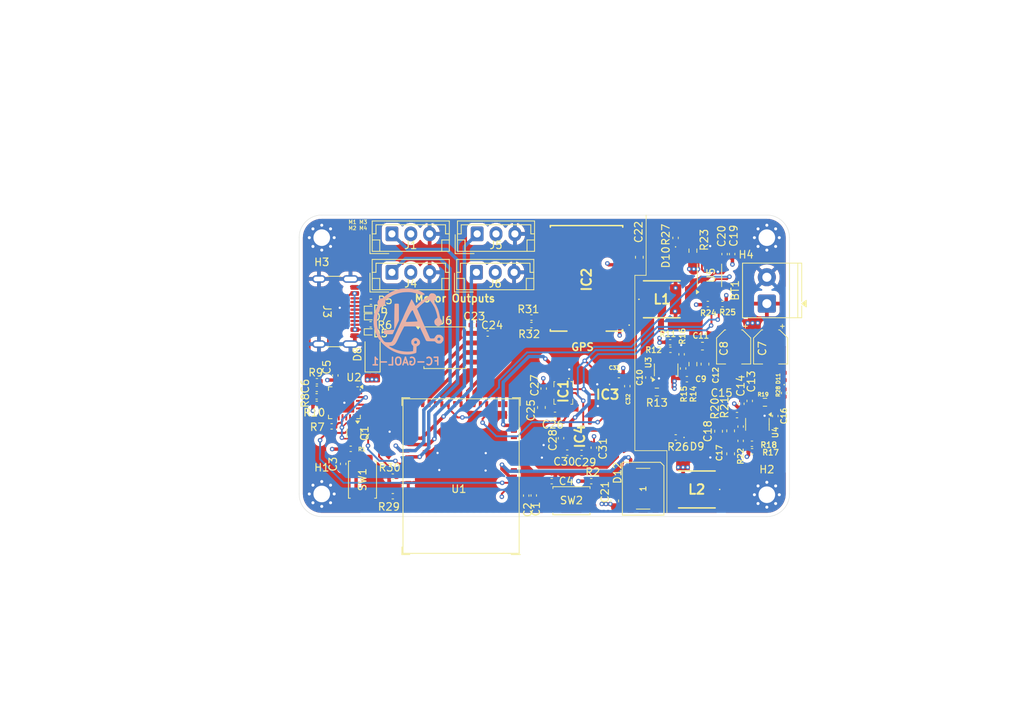
<source format=kicad_pcb>
(kicad_pcb (version 20241229) (generator "pcbnew") (generator_version "9.0")
  (layers (0 "F.Cu" signal) (4 "In1.Cu" signal) (6 "In2.Cu" signal) (2 "B.Cu" signal) (13 "F.Paste" user) (15 "B.Paste" user) (5 "F.SilkS" user "F.Silkscreen") (7 "B.SilkS" user "B.Silkscreen") (1 "F.Mask" user) (3 "B.Mask" user) (25 "Edge.Cuts" user))
  (net 0 "")
  (net 1 "GND")
  (net 2 "/ESP_ALIM/V_ALIM")
  (net 3 "+3.3V")
  (net 4 "/ESP_MCU/RESET")
  (net 5 "/ESP_MCU/BOOT")
  (net 6 "Net-(U2-VBUS)")
  (net 7 "Net-(C10-Pad1)")
  (net 8 "Net-(U3-BOOT)")
  (net 9 "+5V")
  (net 10 "Net-(C16-Pad1)")
  (net 11 "Net-(U4-BOOT)")
  (net 12 "Net-(C19-Pad2)")
  (net 13 "Net-(U6-VCC)")
  (net 14 "Net-(IC1-VDD)")
  (net 15 "Net-(IC4-C1)")
  (net 16 "/ESP_MCU/VBUS")
  (net 17 "/ESP_MCU/USB-")
  (net 18 "/ESP_MCU/USB+")
  (net 19 "Net-(D9-K)")
  (net 20 "Net-(D10-K)")
  (net 21 "Net-(D11-K)")
  (net 22 "/ESP_ACTION/RGB_PIN")
  (net 24 "/ESP_ALIM/CS_I2C_SDA")
  (net 30 "/ESP_ALIM/CS_I2C_SCL")
  (net 31 "/ESP_MCU/GPIO_9")
  (net 37 "/ESP_SENSORS/RF_IN")
  (net 39 "Net-(IC2-TXD_{slash}_SPI_MISO)")
  (net 41 "Net-(IC2-RXD_{slash}_SPI_MOSI)")
  (net 45 "/ESP_MCU/GPIO_14")
  (net 48 "/ESP_MCU/GPIO_8")
  (net 51 "/ESP_MCU/ESC_PWM1")
  (net 53 "Net-(J3-CC2)")
  (net 55 "Net-(J3-CC1)")
  (net 56 "/ESP_MCU/ESC_PWM2")
  (net 58 "/ESP_MCU/ESC_PWM3")
  (net 61 "/ESP_MCU/DTR")
  (net 62 "/ESP_MCU/RTS")
  (net 63 "Net-(U2-~{SUSPEND})")
  (net 64 "Net-(U2-~{RST})")
  (net 65 "Net-(U3-EN)")
  (net 66 "Net-(U3-SW)")
  (net 67 "Net-(R14-Pad1)")
  (net 68 "Net-(U3-FB)")
  (net 69 "Net-(U4-EN)")
  (net 70 "Net-(U4-SW)")
  (net 71 "Net-(R20-Pad1)")
  (net 72 "Net-(U4-FB)")
  (net 73 "Net-(U1-GPIO45)")
  (net 74 "Net-(U1-GPIO46)")
  (net 75 "/ESP_MCU/ESP_UART1_RX")
  (net 76 "/ESP_MCU/ESP_UART1_TX")
  (net 77 "/ESP_MCU/ESP_UART0_RX")
  (net 82 "/ESP_ACTION/MEM_WP")
  (net 83 "/ESP_ACTION/MEM_DO")
  (net 84 "/ESP_ACTION/MEM_CS")
  (net 86 "/ESP_ACTION/MEM_CLK")
  (net 88 "/ESP_ACTION/MEM_HOLD")
  (net 89 "/ESP_ALIM/CS_ALERT")
  (net 90 "/ESP_ACTION/MEM_DI")
  (net 92 "/ESP_MCU/ESP_UART0_TX")
  (net 104 "/ESP_MCU/ESC_PWM4")
  (footprint "Capacitor_SMD:C_0402_1005Metric" (layer "F.Cu") (at 104.74 111.825 180)
    (property "Reference" "C6")
    (property "Value" "1u")
  )
  (footprint "Capacitor_SMD:C_0402_1005Metric" (layer "F.Cu") (at 134.82 111.795 -90)
    (property "Reference" "C27")
    (property "Value" "10n")
  )
  (footprint "LED_SMD:LED_0402_1005Metric" (layer "F.Cu") (at 166.7 110.19 90)
    (property "Reference" "D11")
    (property "Value" "LED24V")
  )
  (footprint "Capacitor_SMD:C_0402_1005Metric" (layer "F.Cu") (at 133.195 103.375)
    (property "Reference" "R32")
    (property "Value" "220")
  )
  (footprint "Capacitor_SMD:C_0402_1005Metric" (layer "F.Cu") (at 107.2 110.055 90)
    (property "Reference" "C5")
    (property "Value" "10u")
  )
  (footprint "Resistor_SMD:R_0603_1608Metric" (layer "F.Cu") (at 154.6 108.55 90)
    (property "Reference" "R14")
    (property "Value" "49.9")
  )
  (footprint "Capacitor_SMD:C_0402_1005Metric" (layer "F.Cu") (at 106.71 116.805 180)
    (property "Reference" "R7")
    (property "Value" "10k")
  )
  (footprint "Capacitor_SMD:CP_Elec_4x3" (layer "F.Cu") (at 160 106.275 -90)
    (property "Reference" "C8")
    (property "Value" "10u")
  )
  (footprint "Capacitor_SMD:C_0402_1005Metric" (layer "F.Cu") (at 104.72 112.825 180)
    (property "Reference" "R10")
    (property "Value" "47.5k")
  )
  (footprint "TerminalBlock_Phoenix:TerminalBlock_Phoenix_PT-1,5-2-3.5-H_1x02_P3.50mm_Horizontal" (layer "F.Cu") (at 164.4 100.525 90)
    (property "Reference" "BT1")
    (property "Value" "Battery_Cell")
  )
  (footprint "Connector_USB:USB_C_Receptacle_GCT_USB4105-xx-A_16P_TopMnt_Horizontal" (layer "F.Cu") (at 106.1 101.575 -90)
    (property "Reference" "J3")
    (property "Value" "USB_C_Receptacle_USB2.0_16P")
  )
  (footprint "Capacitor_SMD:C_0402_1005Metric" (layer "F.Cu") (at 166.7 112.385 90)
    (property "Reference" "R28")
    (property "Value" "1.5k")
  )
  (footprint "Library:BMP390" (layer "F.Cu") (at 143.298 112.585)
    (property "Reference" "IC3")
    (property "Value" "BMP390" (hide yes))
  )
  (footprint "Capacitor_SMD:C_0603_1608Metric" (layer "F.Cu") (at 159.6 117.4 -90)
    (property "Reference" "R20")
    (property "Value" "49.9")
  )
  (footprint "Resistor_SMD:R_0603_1608Metric" (layer "F.Cu") (at 164.15 113.6125)
    (property "Reference" "R19")
    (property "Value" "30")
  )
  (footprint "Package_SO:SOIC-8_5.3x5.3mm_P1.27mm" (layer "F.Cu") (at 121.7 106.375)
    (property "Reference" "U6")
    (property "Value" "W25Q128JVS")
  )
  (footprint "Capacitor_SMD:C_0603_1608Metric" (layer "F.Cu") (at 158 117.45 90)
    (property "Reference" "C18")
    (property "Value" "22u")
  )
  (footprint "Capacitor_SMD:C_0402_1005Metric" (layer "F.Cu") (at 125.62 103.375)
    (property "Reference" "C23")
    (property "Value" "1u")
  )
  (footprint "Capacitor_SMD:C_0402_1005Metric" (layer "F.Cu") (at 132.5 125.995 -90)
    (property "Reference" "C2")
    (property "Value" "10u")
  )
  (footprint "Connector_JST:JST_EH_B3B-EH-A_1x03_P2.50mm_Vertical" (layer "F.Cu") (at 114.7 91.275)
    (property "Reference" "J1")
    (property "Value" "PWM1")
  )
  (footprint "Capacitor_SMD:C_0603_1608Metric" (layer "F.Cu") (at 159.6 120.45 -90)
    (property "Reference" "C17")
    (property "Value" "22u")
  )
  (footprint "Capacitor_SMD:C_0402_1005Metric" (layer "F.Cu") (at 161.025 113.8125 90)
    (property "Reference" "C14")
    (property "Value" "10u")
  )
  (footprint "Capacitor_SMD:C_0402_1005Metric" (layer "F.Cu") (at 133.195 102.375 180)
    (property "Reference" "R31")
    (property "Value" "220")
  )
  (footprint "Capacitor_SMD:C_0402_1005Metric" (layer "F.Cu") (at 151.62 106.65)
    (property "Reference" "R12")
    (property "Value" "36.5k")
  )
  (footprint "Resistor_SMD:R_0603_1608Metric" (layer "F.Cu") (at 149.825 112.25 180)
    (property "Reference" "R13")
    (property "Value" "30")
  )
  (footprint "Library:IIM42352" (layer "F.Cu") (at 137.42 112.375 -90)
    (property "Reference" "IC1")
    (property "Value" "ICM-42688-P" (hide yes))
  )
  (footprint "MountingHole:MountingHole_2.2mm_M2_Pad_Via" (layer "F.Cu") (at 105.4 125.775)
    (property "Reference" "H1")
    (property "Value" "MountingHole_Pad")
  )
  (footprint "Capacitor_SMD:C_0402_1005Metric" (layer "F.Cu") (at 114.82 123.475 180)
    (property "Reference" "R29")
    (property "Value" "10k")
  )
  (footprint "Capacitor_SMD:C_0402_1005Metric" (layer "F.Cu") (at 159.8 93.955 90)
    (property "Reference" "C19")
    (property "Value" "10u")
  )
  (footprint "Capacitor_SMD:C_0603_1608Metric" (layer "F.Cu") (at 156.2 108.55 -90)
    (property "Reference" "C12")
    (property "Value" "22u")
  )
  (footprint "Connector_JST:JST_EH_B3B-EH-A_1x03_P2.50mm_Vertical" (layer "F.Cu") (at 126 91.275)
    (property "Reference" "J5")
    (property "Value" "PWM3")
  )
  (footprint "Capacitor_SMD:C_0603_1608Metric" (layer "F.Cu") (at 134.52 114.3 90)
    (property "Reference" "C25")
    (property "Value" "22u")
  )
  (footprint "Capacitor_SMD:C_0402_1005Metric" (layer "F.Cu") (at 141.47 119.635 -90)
    (property "Reference" "C31")
    (property "Value" "0.1u")
  )
  (footprint "Package_TO_SOT_SMD:SOT-23-6" (layer "F.Cu") (at 151.05 109.3125 90)
    (property "Reference" "U3")
    (property "Value" "TPS56339DDC")
  )
  (footprint "Connector_JST:JST_EH_B3B-EH-A_1x03_P2.50mm_Vertical" (layer "F.Cu") (at 125.9 96.375)
    (property "Reference" "J6")
    (property "Value" "PWM4")
  )
  (footprint "PCM_Espressif:ESP32-S3-MINI-1" (layer "F.Cu") (at 123.87 120.855 180)
    (property "Reference" "U1")
    (property "Value" "ESP32-S3-MINI-1")
  )
  (footprint "Capacitor_SMD:C_0402_1005Metric" (layer "F.Cu") (at 111.88 103.275 180)
    (property "Reference" "R6")
    (property "Value" "10k")
  )
  (footprint "Capacitor_SMD:C_0603_1608Metric" (layer "F.Cu") (at 155.865 106.165)
    (property "Reference" "C11")
    (property "Value" "22u")
  )
  (footprint "Diode_SMD:Infineon_SG-WLL-2-3_0.58x0.28_P0.36mm" (layer "F.Cu") (at 111.585 101.275)
    (property "Reference" "D6")
    (property "Value" "ESD131-B1-W0201")
  )
  (footprint "Capacitor_SMD:C_0402_1005Metric" (layer "F.Cu") (at 162.125 113.4325 90)
    (property "Reference" "C13")
    (property "Value" "10u")
  )
  (footprint "Capacitor_SMD:C_0402_1005Metric" (layer "F.Cu") (at 162.425 119.1125 180)
    (property "Reference" "R18")
    (property "Value" "36.5k")
  )
  (footprint "Capacitor_SMD:C_0402_1005Metric" (layer "F.Cu") (at 137.12 118.375 -90)
    (property "Reference" "C28")
    (property "Value" "0.22u")
  )
  (footprint "Capacitor_SMD:C_0402_1005Metric" (layer "F.Cu") (at 108.24 121.785 -90)
    (property "Reference" "C3")
    (property "Value" "10u")
  )
  (footprint "Capacitor_SMD:C_0402_1005Metric" (layer "F.Cu") (at 145.906 111.475 -90)
    (property "Reference" "C32")
    (property "Value" "0.1u")
  )
  (footprint "Capacitor_SMD:C_0402_1005Metric" (layer "F.Cu") (at 152.3 91.81 -90)
    (property "Reference" "R27")
    (property "Value" "220")
  )
  (footprint "Capacitor_SMD:C_0402_1005Metric" (layer "F.Cu") (at 141.12 124.075)
    (property "Reference" "R2")
    (property "Value" "10k")
  )
  (footprint "Package_TO_SOT_SMD:SOT-23-6" (layer "F.Cu") (at 163.15 116.5375 -90)
    (property "Reference" "U4")
    (property "Value" "TPS56339DDC")
  )
  (footprint "Capacitor_SMD:C_0402_1005Metric" (layer "F.Cu") (at 114.82 126.075)
    (property "Reference" "R30")
    (property "Value" "10k")
  )
  (footprint "Library:LSXND5050XATR47NMG" (layer "F.Cu") (at 155.1 125.175 180)
    (property "Reference" "L2")
    (property "Value" "4.7u" (hide yes))
  )
  (footprint "Capacitor_SMD:C_0402_1005Metric" (layer "F.Cu") (at 160.445 115.3125 180)
    (property "Reference" "C15")
    (property "Value" "0.1u")
  )
  (footprint "LED_SMD:LED_WS2812B_PLCC4_5.0x5.0mm_P3.2mm" (layer "F.Cu") (at 148 125.075 90)
    (property "Reference" "D12")
    (property "Value" "WS2812B")
  )
  (footprint "Capacitor_SMD:C_0402_1005Metric" (layer "F.Cu") (at 127.4 104.495)
    (property "Reference" "C24")
    (property "Value" "100n")
  )
  (footprint "Resistor_SMD:R_0603_1608Metric" (layer "F.Cu") (at 154.6 93.5 -90)
    (property "Reference" "R23")
    (property "Value" "2m")
  )
  (footprint "Diode_SMD:D_SOD-123" (layer "F.Cu") (at 112.14 107.235 90)
    (property "Reference" "D8")
    (property "Value" "1N5819HW-7-F")
  )
  (footprint "LED_SMD:LED_0402_1005Metric" (layer "F.Cu") (at 152.3 94.09 -90)
    (property "Reference" "D10")
    (property "Value" "LED5V")
  )
  (footprint "MountingHole:MountingHole_2.2mm_M2_Pad_Via" (layer "F.Cu") (at 164.4 91.775)
    (property "Reference" "H4")
    (property "Value" "MountingHole_Pad")
  )
  (footprint "Capacitor_SMD:C_0603_1608Metric" (layer "F.Cu") (at 144.24 126.69 90)
    (property "Reference" "C21")
    (property "Value" "15p")
  )
  (footprint "Library:IIS2MDCTR" (layer "F.Cu") (at 139.31 118.115 -90)
    (property "Reference" "IC4")
    (property "Value" "IIS2MDCTR" (hide yes))
  )
  (footprint "Package_TO_SOT_SMD:SOT-563" (layer "F.Cu") (at 109.65 117.725 -90)
    (property "Reference" "Q1")
    (property "Value" "EMH3")
  )
  (footprint "MountingHole:MountingHole_2.2mm_M2_Pad_Via" (layer "F.Cu") (at 105.4 91.775)
    (property "Reference" "H3")
    (property "Value" "MountingHole_Pad")
  )
  (footprint "Capacitor_SMD:C_0402_1005Metric" (layer "F.Cu") (at 139.84 120.335)
    (property "Reference" "C29")
    (property "Value" "0.1u")
  )
  (footprint "Capacitor_SMD:C_0402_1005Metric" (layer "F.Cu") (at 160.925 116.8325 90)
    (property "Reference" "R21")
    (property "Value" "31.6k")
  )
  (footprint "Capacitor_SMD:C_0603_1608Metric" (layer "F.Cu") (at 147.5 94.375 90)
    (property "Reference" "C22")
    (property "Value" "4.7u")
  )
  (footprint "Capacitor_SMD:C_0402_1005Metric" (layer "F.Cu") (at 104.74 113.825)
    (property "Reference" "R8")
    (property "Value" "10k")
  )
  (footprint "Capacitor_SMD:C_0402_1005Metric" (layer "F.Cu") (at 153.8 110.55)
    (property "Reference" "C9")
    (property "Value" "0.1u")
  )
  (footprint "Capacitor_SMD:C_0402_1005Metric" (layer "F.Cu") (at 153.3 109.13 -90)
    (property "Reference" "R15")
    (property "Value" "52.3k")
  )
  (footprint "Capacitor_SMD:C_0402_1005Metric" (layer "F.Cu") (at 109.24 119.785)
    (property "Reference" "R1")
    (property "Value" "10k")
  )
  (footprint "Capacitor_SMD:C_0402_1005Metric" (layer "F.Cu") (at 133.5 125.975 -90)
    (property "Reference" "C1")
    (property "Value" "0.1u")
  )
  (footprint "Package_DFN_QFN:QFN-24-1EP_4x4mm_P0.5mm_EP2.6x2.6mm" (layer "F.Cu") (at 108.4 113.675 -90)
    (property "Reference" "U2")
    (property "Value" "CP2102N-Axx-xQFN24")
  )
  (footprint "Capacitor_SMD:C_0402_1005Metric" (layer "F.Cu") (at 162.445 120.1125)
    (property "Reference" "R17")
    (property "Value" "174k")
  )
  (footprint "Capacitor_SMD:C_0402_1005Metric" (layer "F.Cu") (at 104.76 110.825 180)
    (property "Reference" "R9")
    (property "Value" "22.1k")
  )
  (footprint "Capacitor_SMD:C_0402_1005Metric" (layer "F.Cu") (at 137.94 120.295 180)
    (property "Reference" "C30")
    (property "Value" "10u")
  )
  (footprint "Capacitor_SMD:C_0402_1005Metric" (layer "F.Cu") (at 158.52 100.575)
    (property "Reference" "R25")
    (property "Value" "10k")
  )
  (footprint "Button_Switch_SMD:SW_SPST_EVQP2_MiddlePushTravel_H2.5mm" (layer "F.Cu") (at 138.5 126.675)
    (property "Reference" "SW2")
    (property "Value" "RESET")
  )
  (footprint "Capacitor_SMD:C_0402_1005Metric" (layer "F.Cu") (at 152.32 118.275)
    (property "Reference" "R26")
    (property "Value" "100")
  )
  (footprint "Capacitor_SMD:C_0402_1005Metric" (layer "F.Cu") (at 148.7 110.33 90)
    (property "Reference" "C10")
    (property "Value" "0.1u")
  )
  (footprint "Capacitor_SMD:CP_Elec_4x3" (layer "F.Cu") (at 164.9 106.275 -90)
    (property "Reference" "C7")
    (property "Value" "10u")
  )
  (footprint "Capacitor_SMD:C_0402_1005Metric" (layer "F.Cu") (at 111.92 100.275)
    (property "Reference" "R5")
    (property "Value" "10k")
  )
  (footprint "MountingHole:MountingHole_2.2mm_M2_Pad_Via" (layer "F.Cu") (at 164.4 125.875)
    (property "Reference" "H2")
    (property "Value" "MountingHole_Pad")
  )
  (footprint "Package_SO:VSSOP-10_3x3mm_P0.5mm" (layer "F.Cu") (at 156.8 96.775 90)
    (property "Reference" "U5")
    (property "Value" "INA226")
  )
  (footprint "Diode_SMD:Infineon_SG-WLL-2-3_0.58x0.28_P0.36mm" (layer "F.Cu") (at 111.6 102.275)
    (property "Reference" "D7")
    (property "Value" "ESD131-B1-W0201")
  )
  (footprint "Library:CAMM8Q0" (layer "F.Cu") (at 140.5 97.175 90)
    (property "Reference" "IC2")
    (property "Value" "CAM-M8Q-0" (hide yes))
  )
  (footprint "Capacitor_SMD:C_0402_1005Metric" (layer "F.Cu") (at 151.58 105.65)
    (property "Reference" "R11")
    (property "Value" "174k")
  )
  (footprint "Capacitor_SMD:C_0402_1005Metric" (layer "F.Cu") (at 136.32 115.275)
    (property "Reference" "C26")
    (property "Value" "0.1u")
  )
  (footprint "Capacitor_SMD:C_0402_1005Metric" (layer "F.Cu") (at 156.58 100.575 180)
    (property "Reference" "R24")
    (property "Value" "10k")
  )
  (footprint "Capacitor_SMD:C_0402_1005Metric" (layer "F.Cu") (at 153.1 107.25 -90)
    (property "Reference" "R16")
    (property "Value" "10k")
  )
  (footprint "Diode_SMD:Infineon_SG-WLL-2-3_0.58x0.28_P0.36mm" (layer "F.Cu") (at 111.585 104.275)
    (property "Reference" "D5")
    (property "Value" "ESD131-B1-W0201")
  )
  (footprint "Capacitor_SMD:C_0402_1005Metric" (layer "F.Cu") (at 135.88 124.075)
    (property "Reference" "C4")
    (property "Value" "10u")
  )
  (footprint "Connector_JST:JST_EH_B3B-EH-A_1x03_P2.50mm_Vertical" (layer "F.Cu") (at 114.7 96.375)
    (property "Reference" "J4")
    (property "Value" "PWM2")
  )
  (footprint "Button_Switch_SMD:SW_SPST_EVQP2_MiddlePushTravel_H2.5mm" (layer "F.Cu") (at 110.8 123.875 90)
    (property "Reference" "SW1")
    (property "Value" "RESET")
  )
  (footprint "Capacitor_SMD:C_0402_1005Metric" (layer "F.Cu") (at 160.925 118.7325 90)
    (property "Reference" "R22")
    (property "Value" "10k")
  )
  (footprint "LED_SMD:LED_0402_1005Metric" (layer "F.Cu") (at 154.515 118.275)
    (property "Reference" "D9")
    (property "Value" "LED3.3V")
  )
  (footprint "Capacitor_SMD:C_0402_1005Metric" (layer "F.Cu") (at 165.525 115.4325 -90)
    (property "Reference" "C16")
    (property "Value" "0.1u")
  )
  (footprint "Capacitor_SMD:C_0402_1005Metric" (layer "F.Cu") (at 144.786 110.005 180)
    (property "Reference" "C33")
    (property "Value" "0.1u")
  )
  (footprint "Capacitor_SMD:C_0402_1005Metric" (layer "F.Cu") (at 158.8 93.955 90)
    (property "Reference" "C20")
    (property "Value" "0.1u")
  )
  (footprint "Library:LSXND5050XATR47NMG" (layer "F.Cu") (at 150.5 99.95)
    (property "Reference" "L1")
    (property "Value" "5.6u" (hide yes))
  )
  (footprint "Library:logo" (layer "B.Cu") (at 116.907816 102.275 180)
    (property "Reference" "G***" (hide yes))
    (property "Value" "LOGO" (hide yes))
  )
  (gr_line (start 148.4 96.775) (end 146.9 96.775) (stroke (width 0.1)) (layer "F.SilkS"))
  (gr_line (start 146.9 96.775) (end 146.9 120.025) (stroke (width 0.1)) (layer "F.SilkS"))
  (gr_line (start 148.4 88.775) (end 148.4 96.775) (stroke (width 0.1)) (layer "F.SilkS"))
  (gr_line (start 151.15 120.025) (end 151.15 128.275) (stroke (width 0.1)) (layer "F.SilkS"))
  (gr_line (start 146.9 120.025) (end 151.15 120.025) (stroke (width 0.1)) (layer "F.SilkS"))
  (gr_line (start 167.4 125.775) (end 167.4 91.775) (stroke (width 0.05)) (layer "Edge.Cuts"))
  (gr_arc (start 105.4 128.775) (mid 103.27868 127.89632) (end 102.4 125.775) (stroke (width 0.05)) (layer "Edge.Cuts"))
  (gr_line (start 102.4 91.775) (end 102.4 125.775) (stroke (width 0.05)) (layer "Edge.Cuts"))
  (gr_line (start 164.4 88.775) (end 105.4 88.775) (stroke (width 0.05)) (layer "Edge.Cuts"))
  (gr_arc (start 167.4 125.775) (mid 166.52132 127.89632) (end 164.4 128.775) (stroke (width 0.05)) (layer "Edge.Cuts"))
  (gr_arc (start 164.4 88.775) (mid 166.52132 89.65368) (end 167.4 91.775) (stroke (width 0.05)) (layer "Edge.Cuts"))
  (gr_arc (start 102.4 91.775) (mid 103.27868 89.65368) (end 105.4 88.775) (stroke (width 0.05)) (layer "Edge.Cuts"))
  (gr_line (start 105.4 128.775) (end 164.4 128.775) (stroke (width 0.05)) (layer "Edge.Cuts"))
  (gr_text "M1 M3\nM2 M4" (at 108.88 90.805 0) (layer "F.SilkS") (effects (font (size 0.5 0.5) (thickness 0.1) (bold yes)) (justify left bottom)))
  (gr_text "GPS" (at 138.36 106.865 0) (layer "F.SilkS") (effects (font (size 1 1) (thickness 0.2) (bold yes)) (justify left bottom)))
  (gr_text "Motor Outputs" (at 117.61 100.42 0) (layer "F.SilkS") (effects (font (size 1 1) (thickness 0.2) (bold yes)) (justify left bottom)))
  (gr_text "FC-GAOL-1" (at 121.15 108.775 0) (layer "B.SilkS") (effects (font (size 1 1) (thickness 0.2) (bold yes)) (justify left bottom mirror)))
  (segment (start 137.593 118.855) (end 138.083 118.365) (width 0.25) (layer "F.Cu") (net 1))
  (segment (start 108.4 113.675) (end 109.15 112.925) (width 0.25) (layer "F.Cu") (net 1))
  (segment (start 111.851 101.26) (end 111.851 102.275) (width 0.25) (layer "F.Cu") (net 1))
  (segment (start 134.82 112.275) (end 134.92 112.375) (width 0.25) (layer "F.Cu") (net 1))
  (segment (start 134.92 112.375) (end 136.52 112.375) (width 0.25) (layer "F.Cu") (net 1))
  (segment (start 112.4 100.711) (end 111.851 101.26) (width 0.25) (layer "F.Cu") (net 1))
  (segment (start 156.3 93.485) (end 156.3 94.575) (width 0.25) (layer "F.Cu") (net 1))
  (segment (start 144.776 113.085) (end 145.906 111.955) (width 0.25) (layer "F.Cu") (net 1))
  (segment (start 137.12 118.855) (end 137.593 118.855) (width 0.25) (layer "F.Cu") (net 1))
  (segment (start 112.36 103.275) (end 112.36 102.784) (width 0.25) (layer "F.Cu") (net 1))
  (segment (start 144.06 113.085) (end 144.776 113.085) (width 0.25) (layer "F.Cu") (net 1))
  (segment (start 141.92 111.469) (end 142.485 112.034) (width 0.45) (layer "F.Cu") (net 1))
  (segment (start 142.485 113.136) (end 142.497 113.136) (width 0.45) (layer "F.Cu") (net 1))
  (segment (start 138.17 111.225) (end 138.17 109.295) (width 0.25) (layer "F.Cu") (net 1))
  (segment (start 157.91 96.285) (end 157.3 95.675) (width 0.25) (layer "F.Cu") (net 1))
  (segment (start 109.15 112.925) (end 109.15 111.7375) (width 0.25) (layer "F.Cu") (net 1))
  (segment (start 139.06 118.47981) (end 138.94519 118.365) (width 0.25) (layer "F.Cu") (net 1))
  (segment (start 157.3 95.675) (end 157.3 94.575) (width 0.25) (layer "F.Cu") (net 1))
  (segment (start 139.06 118.865) (end 139.06 118.47981) (width 0.25) (layer "F.Cu") (net 1))
  (segment (start 138.083 118.365) (end 138.56 118.365) (width 0.25) (layer "F.Cu") (net 1))
  (segment (start 144.06 113.085) (end 144.06 112.585) (width 0.25) (layer "F.Cu") (net 1))
  (segment (start 141.92 111.225) (end 141.92 111.469) (width 0.45) (layer "F.Cu") (net 1))
  (segment (start 156.3 98.975) (end 155.8 98.975) (width 0.25) (layer "F.Cu") (net 1))
  (segment (start 142.485 112.034) (end 142.497 112.034) (width 0.45) (layer "F.Cu") (net 1))
  (segment (start 138.94519 118.365) (end 138.56 118.365) (width 0.25) (layer "F.Cu") (net 1))
  (segment (start 112.36 103.275) (end 112.36 103.751) (width 0.25) (layer "F.Cu") (net 1))
  (segment (start 112.36 102.784) (end 111.851 102.275) (width 0.25) (layer "F.Cu") (net 1))
  (segment (start 142 113.621) (end 142.485 113.136) (width 0.45) (layer "F.Cu") (net 1))
  (segment (start 142 114.115) (end 142 113.621) (width 0.45) (layer "F.Cu") (net 1))
  (segment (start 112.4 100.711) (end 111.836 101.275) (width 0.25) (layer "F.Cu") (net 1))
  (segment (start 112.4 100.275) (end 112.4 100.711) (width 0.25) (layer "F.Cu") (net 1))
  (segment (start 156.89 92.895) (end 156.3 93.485) (width 0.25) (layer "F.Cu") (net 1))
  (segment (start 112.36 103.751) (end 111.836 104.275) (width 0.25) (layer "F.Cu") (net 1))
  (segment (start 138.17 109.295) (end 138.21 109.255) (width 0.25) (layer "F.Cu") (net 1))
  (segment (start 136.52 112.875) (end 136.52 112.375) (width 0.25) (layer "F.Cu") (net 1))
  (via (at 127.14 120.355) (size 0.6) (drill 0.3) (layers "F.Cu" "B.Cu") (net 1))
  (via (at 150.1 110.45) (size 0.6) (drill 0.3) (layers "F.Cu" "B.Cu") (net 1))
  (via (at 114.4 117.515) (size 0.6) (drill 0.3) (layers "F.Cu" "B.Cu") (net 1))
  (via (at 138.21 109.255) (size 0.6) (drill 0.3) (layers "F.Cu" "B.Cu") (net 1))
  (via (at 108.4 113.675) (size 0.6) (drill 0.3) (layers "F.Cu" "B.Cu") (net 1))
  (via (at 142 114.115) (size 0.6) (drill 0.3) (layers "F.Cu" "B.Cu") (net 1))
  (via (at 157.91 96.285) (size 0.6) (drill 0.3) (layers "F.Cu" "B.Cu") (net 1))
  (via (at 134.58 120.955) (size 0.6) (drill 0.3) (layers "F.Cu" "B.Cu") (net 1))
  (via (at 120.75 120.335) (size 0.6) (drill 0.3) (layers "F.Cu" "B.Cu") (net 1))
  (via (at 156.89 92.895) (size 0.6) (drill 0.3) (layers "F.Cu" "B.Cu") (net 1))
  (via (at 164.1 115.4) (size 0.6) (drill 0.3) (layers "F.Cu" "B.Cu") (net 1))
  (via (at 120.98 122.595) (size 0.6) (drill 0.3) (layers "F.Cu" "B.Cu") (net 1))
  (via (at 141.92 111.225) (size 0.6) (drill 0.3) (layers "F.Cu" "B.Cu") (net 1))
  (via (at 156.91 120.935) (size 0.6) (drill 0.3) (layers "F.Cu" "B.Cu") (net 1))
  (via (at 107.79 101.075) (size 0.6) (drill 0.3) (layers "F.Cu" "B.Cu") (net 1))
  (via (at 134.81 119.285) (size 0.6) (drill 0.3) (layers "F.Cu" "B.Cu") (net 1))
  (via (at 127.12 122.665) (size 0.6) (drill 0.3) (layers "F.Cu" "B.Cu") (net 1))
  (via (at 153.05 106.025) (size 0.6) (drill 0.3) (layers "F.Cu" "B.Cu") (net 1))
  (segment (start 150.235 105.65) (end 150.18 105.705) (width 0.45) (layer "F.Cu") (net 2))
  (segment (start 166.674 106.249) (end 166.674 109.679) (width 0.45) (layer "F.Cu") (net 2))
  (segment (start 152 111.645) (end 152.16 111.805) (width 0.45) (layer "F.Cu") (net 2))
  (segment (start 156.8 95.975) (end 156.46 96.315) (width 0.25) (layer "F.Cu") (net 2))
  (segment (start 154.72 95.935) (end 154.72 94.445) (width 1.5) (layer "F.Cu") (net 2))
  (segment (start 152 110.45) (end 153.22 110.45) (width 0.45) (layer "F.Cu") (net 2))
  (segment (start 164.9 104.475) (end 166.674 106.249) (width 0.45) (layer "F.Cu") (net 2))
  (segment (start 156.8 94.575) (end 156.8 95.975) (width 0.25) (layer "F.Cu") (net 2))
  (segment (start 152 110.45) (end 152 111.645) (width 0.45) (layer "F.Cu") (net 2))
  (segment (start 151.1 105.65) (end 150.235 105.65) (width 0.45) (layer "F.Cu") (net 2))
  (segment (start 156.12 96.315) (end 155.8 95.995) (width 0.25) (layer "F.Cu") (net 2))
  (segment (start 154.72 94.445) (end 154.6 94.325) (width 1.5) (layer "F.Cu") (net 2))
  (segment (start 155.474 94.325) (end 155.724 94.575) (width 0.45) (layer "F.Cu") (net 2))
  (segment (start 153.22 110.45) (end 153.32 110.55) (width 0.45) (layer "F.Cu") (net 2))
  (segment (start 151.14 105.69) (end 151.1 105.65) (width 0.45) (layer "F.Cu") (net 2))
  (segment (start 155.8 95.995) (end 155.8 94.575) (width 0.25) (layer "F.Cu") (net 2))
  (segment (start 156.46 96.315) (end 156.12 96.315) (width 0.25) (layer "F.Cu") (net 2))
  (segment (start 154.6 94.325) (end 155.474 94.325) (width 0.45) (layer "F.Cu") (net 2))
  (segment (start 150.18 105.705) (end 150.18 105.095) (width 0.45) (layer "F.Cu") (net 2))
  (via (at 154.11 95.935) (size 0.6) (drill 0.3) (layers "F.Cu" "B.Cu") (net 2))
  (via (at 161.86 103.115) (size 0.6) (drill 0.3) (layers "F.Cu" "B.Cu") (net 2))
  (via (at 152.16 111.805) (size 0.6) (drill 0.3) (layers "F.Cu" "B.Cu") (net 2))
  (via (at 154.72 95.935) (size 0.6) (drill 0.3) (layers "F.Cu" "B.Cu") (net 2))
  (via (at 152.16 110.815) (size 0.6) (drill 0.3) (layers "F.Cu" "B.Cu") (net 2))
  (via (at 150.18 105.095) (size 0.6) (drill 0.3) (layers "F.Cu" "B.Cu") (net 2))
  (via (at 162.500216 103.102495) (size 0.6) (drill 0.3) (layers "F.Cu" "B.Cu") (net 2))
  (via (at 155.27 95.955) (size 0.6) (drill 0.3) (layers "F.Cu" "B.Cu") (net 2))
  (via (at 152.16 111.315) (size 0.6) (drill 0.3) (layers "F.Cu" "B.Cu") (net 2))
  (via (at 163.2 103.085) (size 0.6) (drill 0.3) (layers "F.Cu" "B.Cu") (net 2))
  (via (at 150.18 105.705) (size 0.6) (drill 0.3) (layers "F.Cu" "B.Cu") (net 2))
  (segment (start 143.811 112.085) (end 143.548 111.822) (width 0.25) (layer "F.Cu") (net 3))
  (segment (start 143.44 95.375) (end 144.9 95.375) (width 0.45) (layer "F.Cu") (net 3))
  (segment (start 145.66 110.005) (end 146.01 110.355) (width 0.45) (layer "F.Cu") (net 3))
  (segment (start 137.37 112.295) (end 136.95 111.875) (width 0.25) (layer "F.Cu") (net 3))
  (segment (start 144.06 111.915) (end 144.98 110.995) (width 0.25) (layer "F.Cu") (net 3))
  (segment (start 155.03 100.665) (end 156.01 100.665) (width 0.45) (layer "F.Cu") (net 3))
  (segment (start 143.048 113.348) (end 143.048 112.848) (width 0.25) (layer "F.Cu") (net 3))
  (segment (start 107.15 111.7375) (end 107.35 111.7375) (width 0.25) (layer "F.Cu") (net 3))
  (segment (start 133.5 125.495) (end 132.13 125.495) (width 0.25) (layer "F.Cu") (net 3))
  (segment (start 136.95 111.875) (end 136.52 111.875) (width 0.25) (layer "F.Cu") (net 3))
  (segment (start 138.42 120.295) (end 139.32 120.295) (width 0.45) (layer "F.Cu") (net 3))
  (segment (start 145.266 110.005) (end 145.66 110.005) (width 0.45) (layer "F.Cu") (net 3))
  (segment (start 140.06 118.865) (end 141.18 118.865) (width 0.25) (layer "F.Cu") (net 3))
  (segment (start 107.2 111.5875) (end 107.35 111.7375) (width 0.45) (layer "F.Cu") (net 3))
  (segment (start 141.49 119.135) (end 141.47 119.155) (width 0.25) (layer "F.Cu") (net 3))
  (segment (start 131.81 125.175) (end 130.9 125.175) (width 0.25) (layer "F.Cu") (net 3))
  (segment (start 144.89 103.385) (end 144.9 103.375) (width 0.45) (layer "F.Cu") (net 3))
  (segment (start 107.07 110.665) (end 107.2 110.535) (width 0.45) (layer "F.Cu") (net 3))
  (segment (start 106.14 110.665) (end 107.07 110.665) (width 0.45) (layer "F.Cu") (net 3))
  (segment (start 104.23 113.855) (end 104.26 113.825) (width 0.45) (layer "F.Cu") (net 3))
  (segment (start 158.016 94.435) (end 157.876 94.575) (width 0.45) (layer "F.Cu") (net 3))
  (segment (start 137.6 112.875) (end 137.37 112.645) (width 0.25) (layer "F.Cu") (net 3))
  (segment (start 129.84 125.175) (end 130.9 125.175) (width 0.25) (layer "F.Cu") (net 3))
  (segment (start 106.4625 112.425) (end 107.15 111.7375) (width 0.25) (layer "F.Cu") (net 3))
  (segment (start 135.81 111.315) (end 134.82 111.315) (width 0.25) (layer "F.Cu") (net 3))
  (segment (start 139.06 117.842) (end 139.06 117.365) (width 0.25) (layer "F.Cu") (net 3))
  (segment (start 144.9 95.375) (end 144.9 96.375) (width 0.45) (layer "F.Cu") (net 3))
  (segment (start 159.02 100.555) (end 159 100.575) (width 0.45) (layer "F.Cu") (net 3))
  (segment (start 106.78 119.825) (end 108.72 119.825) (width 0.45) (layer "F.Cu") (net 3))
  (segment (start 143.048 112.848) (end 143.811 112.085) (width 0.25) (layer "F.Cu") (net 3))
  (segment (start 134.77 110.435) (end 134.77 111.265) (width 0.25) (layer "F.Cu") (net 3))
  (segment (start 144.06 112.085) (end 143.811 112.085) (width 0.25) (layer "F.Cu") (net 3))
  (segment (start 139.56 118.865) (end 139.56 118.342) (width 0.25) (layer "F.Cu") (net 3))
  (segment (start 104.23 114.745) (end 104.23 113.855) (width 0.45) (layer "F.Cu") (net 3))
  (segment (start 144.9 95.375) (end 147.275 95.375) (width 0.45) (layer "F.Cu") (net 3))
  (segment (start 139.56 120.135) (end 139.36 120.335) (width 0.25) (layer "F.Cu") (net 3))
  (segment (start 159.8 94.435) (end 158.016 94.435) (width 0.45) (layer "F.Cu") (net 3))
  (segment (start 147.275 95.375) (end 147.5 95.15) (width 0.45) (layer "F.Cu") (net 3))
  (segment (start 132.13 125.495) (end 131.81 125.175) (width 0.25) (layer "F.Cu") (net 3))
  (segment (start 140.64 124.075) (end 139.42 124.075) (width 0.45) (layer "F.Cu") (net 3))
  (segment (start 144.98 110.995) (end 145.906 110.995) (width 0.25) (layer "F.Cu") (net 3))
  (segment (start 146.01 110.891) (end 145.906 110.995) (width 0.45) (layer "F.Cu") (net 3))
  (segment (start 139.32 120.295) (end 139.36 120.335) (width 0.45) (layer "F.Cu") (net 3))
  (segment (start 140.06 118.865) (end 139.56 118.865) (width 0.25) (layer "F.Cu") (net 3))
  (segment (start 138.32 112.875) (end 137.6 112.875) (width 0.25) (layer "F.Cu") (net 3))
  (segment (start 141.18 118.865) (end 141.47 119.155) (width 0.25) (layer "F.Cu") (net 3))
  (segment (start 139.56 118.342) (end 139.06 117.842) (width 0.25) (layer "F.Cu") (net 3))
  (segment (start 108.72 119.825) (end 108.76 119.785) (width 0.45) (layer "F.Cu") (net 3))
  (segment (start 141.49 118.135) (end 141.49 119.135) (width 0.25) (layer "F.Cu") (net 3))
  (segment (start 146.01 110.355) (end 146.01 110.891) (width 0.45) (layer "F.Cu") (net 3))
  (segment (start 159.02 99.415) (end 159.02 100.555) (width 0.45) (layer "F.Cu") (net 3))
  (segment (start 144.06 112.085) (end 144.06 111.915) (width 0.25) (layer "F.Cu") (net 3))
  (segment (start 159.84 95.325) (end 159.84 94.475) (width 0.45) (layer "F.Cu") (net 3))
  (segment (start 107.2 110.535) (end 107.2 111.5875) (width 0.45) (layer "F.Cu") (net 3))
  (segment (start 136.52 111.875) (end 136.37 111.875) (width 0.25) (layer "F.Cu") (net 3))
  (segment (start 134.77 111.265) (end 134.82 111.315) (width 0.25) (layer "F.Cu") (net 3))
  (segment (start 145.36 109.911) (end 145.266 110.005) (width 0.45) (layer "F.Cu") (net 3))
  (segment (start 107.35 111.7375) (end 107.65 111.7375) (width 0.25) (layer "F.Cu") (net 3))
  (segment (start 129.27 126.145) (end 129.27 125.745) (width 0.25) (layer "F.Cu") (net 3))
  (segment (start 139.56 118.865) (end 139.56 120.135) (width 0.25) (layer "F.Cu") (net 3))
  (segment (start 159.84 94.475) (end 159.8 94.435) (width 0.45) (layer "F.Cu") (net 3))
  (segment (start 156.01 100.665) (end 156.1 100.575) (width 0.45) (layer "F.Cu") (net 3))
  (segment (start 143.26 95.195) (end 143.44 95.375) (width 0.45) (layer "F.Cu") (net 3))
  (segment (start 129.27 125.745) (end 129.84 125.175) (width 0.25) (layer "F.Cu") (net 3))
  (segment (start 136.37 111.875) (end 135.81 111.315) (width 0.25) (layer "F.Cu") (net 3))
  (segment (start 137.37 112.645) (end 137.37 112.295) (width 0.25) (layer "F.Cu") (net 3))
  (segment (start 144.89 104.745) (end 144.89 103.385) (width 0.45) (layer "F.Cu") (net 3))
  (segment (start 145.36 109.075) (end 145.36 109.911) (width 0.45) (layer "F.Cu") (net 3))
  (via (at 134.77 110.435) (size 0.6) (drill 0.3) (layers "F.Cu" "B.Cu") (net 3))
  (via (at 106.14 110.665) (size 0.6) (drill 0.3) (layers "F.Cu" "B.Cu") (net 3))
  (via (at 139.42 124.075) (size 0.6) (drill 0.3) (layers "F.Cu" "B.Cu") (net 3))
  (via (at 143.26 95.195) (size 0.6) (drill 0.3) (layers "F.Cu" "B.Cu") (net 3))
  (via (at 152.65 122.235) (size 0.6) (drill 0.3) (layers "F.Cu" "B.Cu") (net 3))
  (via (at 104.23 114.745) (size 0.6) (drill 0.3) (layers "F.Cu" "B.Cu") (net 3))
  (via (at 141.49 118.135) (size 0.6) (drill 0.3) (layers "F.Cu" "B.Cu") (net 3))
  (via (at 129.27 126.145) (size 0.6) (drill 0.3) (layers "F.Cu" "B.Cu") (net 3))
  (via (at 144.89 104.745) (size 0.6) (drill 0.3) (layers "F.Cu" "B.Cu") (net 3))
  (via (at 153.91 122.235) (size 0.6) (drill 0.3) (layers "F.Cu" "B.Cu") (net 3))
  (via (at 155.03 100.665) (size 0.6) (drill 0.3) (layers "F.Cu" "B.Cu") (net 3))
  (via (at 145.36 109.075) (size 0.6) (drill 0.3) (layers "F.Cu" "B.Cu") (net 3))
  (via (at 106.78 119.825) (size 0.6) (drill 0.3) (layers "F.Cu" "B.Cu") (net 3))
  (via (at 153.29 122.235) (size 0.6) (drill 0.3) (layers "F.Cu" "B.Cu") (net 3))
  (via (at 159.02 99.415) (size 0.6) (drill 0.3) (layers "F.Cu" "B.Cu") (net 3))
  (via (at 159.84 95.325) (size 0.6) (drill 0.3) (layers "F.Cu" "B.Cu") (net 3))
  (segment (start 109.72 119.295) (end 109.72 119.785) (width 0.25) (layer "F.Cu") (net 4))
  (segment (start 110.745 127.245) (end 109.95 126.45) (width 0.45) (layer "F.Cu") (net 4))
  (segment (start 115.795 126.875) (end 115.069 127.601) (width 0.45) (layer "F.Cu") (net 4))
  (segment (start 109.945 121.305) (end 109.95 121.3) (width 0.45) (layer "F.Cu") (net 4))
  (segment (start 109.95 126.45) (end 109.95 121.3) (width 0.45) (layer "F.Cu") (net 4))
  (segment (start 111.113064 127.601) (end 110.757064 127.245) (width 0.45) (layer "F.Cu") (net 4))
  (segment (start 110.15 118.4375) (end 110.15 118.865) (width 0.25) (layer "F.Cu") (net 4))
  (segment (start 115.069 127.601) (end 111.113064 127.601) (width 0.45) (layer "F.Cu") (net 4))
  (segment (start 108.24 121.305) (end 109.945 121.305) (width 0.45) (layer "F.Cu") (net 4))
  (segment (start 109.72 121.07) (end 109.95 121.3) (width 0.45) (layer "F.Cu") (net 4))
  (segment (start 110.757064 127.245) (end 110.745 127.245) (width 0.45) (layer "F.Cu") (net 4))
  (segment (start 116.9 126.875) (end 115.795 126.875) (width 0.45) (layer "F.Cu") (net 4))
  (segment (start 110.15 118.865) (end 109.72 119.295) (width 0.25) (layer "F.Cu") (net 4))
  (segment (start 109.72 119.785) (end 109.72 121.07) (width 0.45) (layer "F.Cu") (net 4))
  (segment (start 107.88319 117.674) (end 108.25681 117.674) (width 0.25) (layer "F.Cu") (net 5))
  (segment (start 130.87 124.295) (end 130.9 124.325) (width 0.25) (layer "F.Cu") (net 5))
  (segment (start 105.18 118.645) (end 105.18 118.545) (width 0.25) (layer "F.Cu") (net 5))
  (segment (start 135.925 125.825) (end 141.075 125.825) (width 0.45) (layer "F.Cu") (net 5))
  (segment (start 105.18 118.545) (end 106.046 117.679) (width 0.25) (layer "F.Cu") (net 5))
  (segment (start 129.32 124.295) (end 130.87 124.295) (width 0.25) (layer "F.Cu") (net 5))
  (segment (start 135.4 124.075) (end 135.15 124.325) (width 0.45) (layer "F.Cu") (net 5))
  (segment (start 141.075 125.825) (end 141.6 125.3) (width 0.45) (layer "F.Cu") (net 5))
  (segment (start 135.4 125.3) (end 135.4 124.075) (width 0.45) (layer "F.Cu") (net 5))
  (segment (start 108.25681 117.674) (end 108.26181 117.679) (width 0.25) (layer "F.Cu") (net 5))
  (segment (start 135.925 125.825) (end 135.4 125.3) (width 0.45) (layer "F.Cu") (net 5))
  (segment (start 108.26181 117.679) (end 108.329298 117.679) (width 0.25) (layer "F.Cu") (net 5))
  (segment (start 108.329298 117.679) (end 108.333298 117.675) (width 0.25) (layer "F.Cu") (net 5))
  (segment (start 108.4875 117.675) (end 109.15 117.0125) (width 0.25) (layer "F.Cu") (net 5))
  (segment (start 106.046 117.679) (end 107.87819 117.679) (width 0.25) (layer "F.Cu") (net 5))
  (segment (start 108.333298 117.675) (end 108.4875 117.675) (width 0.25) (layer "F.Cu") (net 5))
  (segment (start 141.6 125.3) (end 141.6 124.075) (width 0.45) (layer "F.Cu") (net 5))
  (segment (start 135.15 124.325) (end 130.9 124.325) (width 0.45) (layer "F.Cu") (net 5))
  (segment (start 107.87819 117.679) (end 107.88319 117.674) (width 0.25) (layer "F.Cu") (net 5))
  (via (at 105.18 118.645) (size 0.6) (drill 0.3) (layers "F.Cu" "B.Cu") (net 5))
  (via (at 129.32 124.295) (size 0.6) (drill 0.3) (layers "F.Cu" "B.Cu") (net 5))
  (segment (start 105.16 120.425) (end 105.16 121.155) (width 0.25) (layer "B.Cu") (net 5))
  (segment (start 108.3 124.295) (end 129.32 124.295) (width 0.25) (layer "B.Cu") (net 5))
  (segment (start 105.18 120.405) (end 105.16 120.425) (width 0.25) (layer "B.Cu") (net 5))
  (segment (start 105.16 121.155) (end 108.3 124.295) (width 0.25) (layer "B.Cu") (net 5))
  (segment (start 105.18 118.645) (end 105.18 120.405) (width 0.25) (layer "B.Cu") (net 5))
  (segment (start 105.24 112.785) (end 105.2 112.825) (width 0.45) (layer "F.Cu") (net 6))
  (segment (start 105.3 112.925) (end 105.2 112.825) (width 0.2) (layer "F.Cu") (net 6))
  (segment (start 106.4625 112.925) (end 105.3 112.925) (width 0.2) (layer "F.Cu") (net 6))
  (segment (start 105.24 110.825) (end 105.24 112.785) (width 0.45) (layer "F.Cu") (net 6))
  (segment (start 149 112.25) (end 149 111.11) (width 0.45) (layer "F.Cu") (net 7))
  (segment (start 149 111.11) (end 148.7 110.81) (width 0.45) (layer "F.Cu") (net 7))
  (segment (start 161.025 114.2925) (end 160.5775 114.2925) (width 0.45) (layer "F.Cu") (net 9))
  (segment (start 144.01 127.465) (end 143.65 127.105) (width 0.45) (layer "F.Cu") (net 9))
  (segment (start 161.745 114.2925) (end 161.025 114.2925) (width 0.45) (layer "F.Cu") (net 9))
  (segment (start 162.125 113.9125) (end 161.745 114.2925) (width 0.45) (layer "F.Cu") (net 9))
  (segment (start 162.1125 115.3125) (end 162.2 115.4) (width 0.45) (layer "F.Cu") (net 9))
  (segment (start 161.965 120.62) (end 161.965 120.1125) (width 0.45) (layer "F.Cu") (net 9))
  (segment (start 146.29 127.465) (end 146.35 127.525) (width 0.45) (layer "F.Cu") (net 9))
  (segment (start 152.3 98.455) (end 152.3 99.95) (width 0.45) (layer "F.Cu") (net 9))
  (segment (start 160.925 115.3125) (end 160.925 114.3925) (width 0.45) (layer "F.Cu") (net 9))
  (segment (start 144.24 127.465) (end 144.01 127.465) (width 0.45) (layer "F.Cu") (net 9))
  (segment (start 156.15 107.725) (end 156.2 107.775) (width 0.45) (layer "F.Cu") (net 9))
  (segment (start 144.24 127.465) (end 146.29 127.465) (width 0.45) (layer "F.Cu") (net 9))
  (segment (start 160.925 115.3125) (end 162.1125 115.3125) (width 0.45) (layer "F.Cu") (net 9))
  (segment (start 152.3 94.575) (end 152.3 98.455) (width 0.45) (layer "F.Cu") (net 9))
  (segment (start 143.65 127.105) (end 142.54 127.105) (width 0.45) (layer "F.Cu") (net 9))
  (segment (start 154.6 106.655) (end 155.09 106.165) (width 0.45) (layer "F.Cu") (net 9))
  (segment (start 161.755 120.83) (end 161.965 120.62) (width 0.45) (layer "F.Cu") (net 9))
  (segment (start 142.54 127.105) (end 142.53 127.095) (width 0.45) (layer "F.Cu") (net 9))
  (segment (start 154.6 107.725) (end 154.6 106.655) (width 0.45) (layer "F.Cu") (net 9))
  (segment (start 160.5775 114.2925) (end 160.08 113.795) (width 0.45) (layer "F.Cu") (net 9))
  (via (at 160.08 113.795) (size 0.6) (drill 0.3) (layers "F.Cu" "B.Cu") (net 9))
  (via (at 152.23 101.535) (size 0.6) (drill 0.3) (layers "F.Cu" "B.Cu") (net 9))
  (via (at 112.06 110.575) (size 0.6) (drill 0.3) (layers "F.Cu" "B.Cu") (net 9))
  (via (at 161.755 120.83) (size 0.6) (drill 0.3) (layers "F.Cu" "B.Cu") (net 9))
  (via (at 112.62 110.605) (size 0.6) (drill 0.3) (layers "F.Cu" "B.Cu") (net 9))
  (via (at 111.46 110.605) (size 0.6) (drill 0.3) (layers "F.Cu" "B.Cu") (net 9))
  (via (at 152.3 98.455) (size 0.6) (drill 0.3) (layers "F.Cu" "B.Cu") (net 9))
  (via (at 142.53 127.095) (size 0.6) (drill 0.3) (layers "F.Cu" "B.Cu") (net 9))
  (via (at 143.65 127.105) (size 0.6) (drill 0.3) (layers "F.Cu" "B.Cu") (net 9))
  (via (at 143.07 127.105) (size 0.6) (drill 0.3) (layers "F.Cu" "B.Cu") (net 9))
  (segment (start 164.975 114.4025) (end 165.525 114.9525) (width 0.45) (layer "F.Cu") (net 10))
  (segment (start 164.975 113.6125) (end 164.975 114.4025) (width 0.45) (layer "F.Cu") (net 10))
  (segment (start 158.8 93.475) (end 159.8 93.475) (width 0.45) (layer "F.Cu") (net 12))
  (segment (start 125.2875 104.47) (end 126.845 104.47) (width 0.45) (layer "F.Cu") (net 13))
  (segment (start 125.14 104.3225) (end 125.2875 104.47) (width 0.25) (layer "F.Cu") (net 13))
  (segment (start 125.14 103.375) (end 125.14 104.3225) (width 0.25) (layer "F.Cu") (net 13))
  (segment (start 134.52 115.075) (end 134.54 115.095) (width 0.25) (layer "F.Cu") (net 14))
  (segment (start 134.54 115.095) (end 134.54 115.195) (width 0.25) (layer "F.Cu") (net 14))
  (segment (start 134.62 115.275) (end 135.84 115.275) (width 0.25) (layer "F.Cu") (net 14))
  (segment (start 134.54 115.195) (end 134.62 115.275) (width 0.25) (layer "F.Cu") (net 14))
  (segment (start 135.84 114.355) (end 136.67 113.525) (width 0.25) (layer "F.Cu") (net 14))
  (segment (start 135.84 115.275) (end 135.84 114.355) (width 0.25) (layer "F.Cu") (net 14))
  (segment (start 137.12 117.895) (end 137.15 117.865) (width 0.25) (layer "F.Cu") (net 15))
  (segment (start 137.15 117.865) (end 138.56 117.865) (width 0.25) (layer "F.Cu") (net 15))
  (segment (start 108.879 99.581822) (end 107.473178 99.581822) (width 0.25) (layer "F.Cu") (net 16))
  (segment (start 111.034 103.975) (end 109.8 103.975) (width 0.25) (layer "F.Cu") (net 16))
  (segment (start 112.14 105.585) (end 112.14 105.33534) (width 0.25) (layer "F.Cu") (net 16))
  (segment (start 111.334 104.52934) (end 111.334 104.275) (width 0.25) (layer "F.Cu") (net 16))
  (segment (start 107.473178 99.581822) (end 103.799 103.256) (width 0.25) (layer "F.Cu") (net 16))
  (segment (start 109.75 99.175) (end 109.29 99.175) (width 0.25) (layer "F.Cu") (net 16))
  (segment (start 109.78 99.175) (end 109.75 99.175) (width 0.25) (layer "F.Cu") (net 16))
  (segment (start 112.14 105.33534) (end 111.334 104.52934) (width 0.25) (layer "F.Cu") (net 16))
  (segment (start 109.29 99.175) (end 109.116 99.349) (width 0.25) (layer "F.Cu") (net 16))
  (segment (start 109.116 99.349) (end 109.111822 99.349) (width 0.25) (layer "F.Cu") (net 16))
  (segment (start 109.8 103.975) (end 109.78 103.975) (width 0.25) (layer "F.Cu") (net 16))
  (segment (start 109.111822 99.349) (end 108.879 99.581822) (width 0.25) (layer "F.Cu") (net 16))
  (segment (start 103.799 110.344) (end 104.28 110.825) (width 0.25) (layer "F.Cu") (net 16))
  (segment (start 103.799 103.256) (end 103.799 110.344) (width 0.25) (layer "F.Cu") (net 16))
  (segment (start 111.334 104.275) (end 111.034 103.975) (width 0.25) (layer "F.Cu") (net 16))
  (via (at 109.75 99.175) (size 0.6) (drill 0.3) (layers "F.Cu" "B.Cu") (net 16))
  (via (at 109.8 103.975) (size 0.6) (drill 0.3) (layers "F.Cu" "B.Cu") (net 16))
  (segment (start 109.75 99.175) (end 109.75 103.925) (width 0.25) (layer "B.Cu") (net 16))
  (segment (start 109.75 103.925) (end 109.8 103.975) (width 0.25) (layer "B.Cu") (net 16))
  (segment (start 108.879 101.568178) (end 108.879 101.081822) (width 0.25) (layer "F.Cu") (net 17))
  (segment (start 108.879 101.081822) (end 109.135822 100.825) (width 0.25) (layer "F.Cu") (net 17))
  (segment (start 109.78 100.825) (end 110.884 100.825) (width 0.25) (layer "F.Cu") (net 17))
  (segment (start 109.135822 100.825) (end 109.78 100.825) (width 0.25) (layer "F.Cu") (net 17))
  (segment (start 108.15 111.7375) (end 108.15 111.118749) (width 0.2) (layer "F.Cu") (net 17))
  (segment (start 106.211455 104.439991) (end 106.211455 105.54867) (width 0.2) (layer "F.Cu") (net 17))
  (segment (start 106.211455 105.54867) (end 106.226 105.563215) (width 0.2) (layer "F.Cu") (net 17))
  (segment (start 109.135822 101.825) (end 108.879 101.568178) (width 0.25) (layer "F.Cu") (net 17))
  (segment (start 109.78 101.825) (end 109.135822 101.825) (width 0.25) (layer "F.Cu") (net 17))
  (segment (start 108.169099 108.759099) (end 108.175 108.765) (width 0.2) (layer "F.Cu") (net 17))
  (segment (start 109.78 101.825) (end 108.826446 101.825) (width 0.25) (layer "F.Cu") (net 17))
  (segment (start 108.169099 107.814099) (end 108.169099 108.759099) (width 0.2) (layer "F.Cu") (net 17))
  (segment (start 106.333223 104.318223) (end 106.211455 104.439991) (width 0.2) (layer "F.Cu") (net 17))
  (segment (start 110.884 100.825) (end 111.334 101.275) (width 0.25) (layer "F.Cu") (net 17))
  (segment (start 108.826446 101.825) (end 106.333223 104.318223) (width 0.25) (layer "F.Cu") (net 17))
  (segment (start 108.15 111.118749) (end 108.175 111.093749) (width 0.2) (layer "F.Cu") (net 17))
  (segment (start 106.226 105.563215) (end 106.226 105.871) (width 0.2) (layer "F.Cu") (net 17))
  (segment (start 108.175 111.093749) (end 108.175 108.765) (width 0.2) (layer "F.Cu") (net 17))
  (segment (start 106.226 105.871) (end 108.169099 107.814099) (width 0.2) (layer "F.Cu") (net 17))
  (segment (start 108.625 107.451802) (end 108.625 108.765) (width 0.2) (layer "F.Cu") (net 18))
  (segment (start 106.686777 105.513579) (end 108.625 107.451802) (width 0.2) (layer "F.Cu") (net 18))
  (segment (start 110.68 101.580822) (end 110.68 102.325) (width 0.25) (layer "F.Cu") (net 18))
  (segment (start 108.65 111.7375) (end 108.65 111.118749) (width 0.2) (layer "F.Cu") (net 18))
  (segment (start 106.686777 104.671777) (end 106.686777 105.513579) (width 0.2) (layer "F.Cu") (net 18))
  (segment (start 109.78 102.325) (end 109.033554 102.325) (width 0.25) (layer "F.Cu") (net 18))
  (segment (start 111.299 102.325) (end 111.349 102.275) (width 0.25) (layer "F.Cu") (net 18))
  (segment (start 110.424178 101.325) (end 110.68 101.580822) (width 0.25) (layer "F.Cu") (net 18))
  (segment (start 110.68 102.325) (end 111.299 102.325) (width 0.25) (layer "F.Cu") (net 18))
  (segment (start 109.78 101.325) (end 110.424178 101.325) (width 0.25) (layer "F.Cu") (net 18))
  (segment (start 108.65 111.118749) (end 108.625 111.093749) (width 0.2) (layer "F.Cu") (net 18))
  (segment (start 109.78 102.325) (end 110.68 102.325) (width 0.25) (layer "F.Cu") (net 18))
  (segment (start 108.625 111.093749) (end 108.625 108.765) (width 0.2) (layer "F.Cu") (net 18))
  (segment (start 109.033554 102.325) (end 106.686777 104.671777) (width 0.25) (layer "F.Cu") (net 18))
  (segment (start 152.8 118.275) (end 154.03 118.275) (width 0.45) (layer "F.Cu") (net 19))
  (segment (start 152.3 93.605) (end 152.3 92.29) (width 0.45) (layer "F.Cu") (net 20))
  (segment (start 166.7 110.675) (end 166.7 111.905) (width 0.25) (layer "F.Cu") (net 21))
  (segment (start 146.35 122.625) (end 146.35 121.225) (width 0.45) (layer "F.Cu") (net 22))
  (segment (start 146.35 121.225) (end 146.05 120.925) (width 0.45) (layer "F.Cu") (net 22))
  (segment (start 129.29 121.895) (end 129.29 122.467) (width 0.45) (layer "F.Cu") (net 22))
  (segment (start 130.298 123.475) (end 130.9 123.475) (width 0.45) (layer "F.Cu") (net 22))
  (segment (start 129.29 122.467) (end 130.298 123.475) (width 0.45) (layer "F.Cu") (net 22))
  (via (at 129.29 121.895) (size 0.6) (drill 0.3) (layers "F.Cu" "B.Cu") (net 22))
  (via (at 146.05 120.925) (size 0.6) (drill 0.3) (layers "F.Cu" "B.Cu") (net 22))
  (segment (start 130.16 122.765) (end 129.29 121.895) (width 0.45) (layer "B.Cu") (net 22))
  (segment (start 146.05 120.925) (end 145.56 120.925) (width 0.45) (layer "B.Cu") (net 22))
  (segment (start 143.72 122.765) (end 130.16 122.765) (width 0.45) (layer "B.Cu") (net 22))
  (segment (start 145.56 120.925) (end 143.72 122.765) (width 0.45) (layer "B.Cu") (net 22))
  (segment (start 157.06 103.375) (end 157.01 103.425) (width 0.25) (layer "F.Cu") (net 24))
  (segment (start 157.3 100.335) (end 157.06 100.575) (width 0.25) (layer "F.Cu") (net 24))
  (segment (start 138.37 116.235) (end 138.98 115.625) (width 0.45) (layer "F.Cu") (net 24))
  (segment (start 130.9 119.225) (end 133.66 119.225) (width 0.45) (layer "F.Cu") (net 24))
  (segment (start 157.3 98.975) (end 157.3 100.335) (width 0.25) (layer "F.Cu") (net 24))
  (segment (start 133.66 119.225) (end 135.71 117.175) (width 0.45) (layer "F.Cu") (net 24))
  (segment (start 140.13 111.875) (end 138.32 111.875) (width 0.25) (layer "F.Cu") (net 24))
  (segment (start 138.37 117.175) (end 138.484 117.289) (width 0.45) (layer "F.Cu") (net 24))
  (segment (start 135.71 117.175) (end 138.37 117.175) (width 0.45) (layer "F.Cu") (net 24))
  (segment (start 157.06 100.575) (end 157.06 103.375) (width 0.25) (layer "F.Cu") (net 24))
  (segment (start 138.37 117.175) (end 138.37 116.235) (width 0.45) (layer "F.Cu") (net 24))
  (segment (start 140.84 112.585) (end 140.13 111.875) (width 0.25) (layer "F.Cu") (net 24))
  (segment (start 142.536 112.585) (end 140.84 112.585) (width 0.25) (layer "F.Cu") (net 24))
  (via (at 157.01 103.425) (size 0.6) (drill 0.3) (layers "F.Cu" "B.Cu") (net 24))
  (via (at 140.13 111.875) (size 0.6) (drill 0.3) (layers "F.Cu" "B.Cu") (net 24))
  (via (at 138.98 115.625) (size 0.6) (drill 0.3) (layers "F.Cu" "B.Cu") (net 24))
  (segment (start 156.369 104.066) (end 157.01 103.425) (width 0.25) (layer "B.Cu") (net 24))
  (segment (start 140.886 108.339) (end 142 107.225) (width 0.25) (layer "B.Cu") (net 24))
  (segment (start 140.519298 108.741) (end 140.886 108.374298) (width 0.25) (layer "B.Cu") (net 24))
  (segment (start 142 107.225) (end 146.96 107.225) (width 0.25) (layer "B.Cu") (net 24))
  (segment (start 140.484 108.741) (end 140.519298 108.741) (width 0.25) (layer "B.Cu") (net 24))
  (segment (start 140.13 111.875) (end 140.13 109.095) (width 0.25) (layer "B.Cu") (net 24))
  (segment (start 140.84 112.585) (end 140.84 113.765) (width 0.45) (layer "B.Cu") (net 24))
  (segment (start 140.13 109.095) (end 140.484 108.741) (width 0.25) (layer "B.Cu") (net 24))
  (segment (start 150.119 104.066) (end 156.369 104.066) (width 0.25) (layer "B.Cu") (net 24))
  (segment (start 140.886 108.374298) (end 140.886 108.339) (width 0.25) (layer "B.Cu") (net 24))
  (segment (start 140.84 113.765) (end 138.98 115.625) (width 0.45) (layer "B.Cu") (net 24))
  (segment (start 146.96 107.225) (end 150.119 104.066) (width 0.25) (layer "B.Cu") (net 24))
  (segment (start 140.13 111.875) (end 140.84 112.585) (width 0.45) (layer "B.Cu") (net 24))
  (segment (start 144.58 120.815) (end 144.58 117.815) (width 0.45) (layer "F.Cu") (net 30))
  (segment (start 132.86 120.925) (end 134.15 122.215) (width 0.45) (layer "F.Cu") (net 30))
  (segment (start 158.02 100.595) (end 158.04 100.575) (width 0.25) (layer "F.Cu") (net 30))
  (segment (start 158.02 102.518716) (end 158.02 100.595) (width 0.25) (layer "F.Cu") (net 30))
  (segment (start 143.18 122.215) (end 144.58 120.815) (width 0.45) (layer "F.Cu") (net 30))
  (segment (start 144.58 117.815) (end 144.054 117.289) (width 0.45) (layer "F.Cu") (net 30))
  (segment (start 138.32 112.375) (end 139.03 112.375) (width 0.25) (layer "F.Cu") (net 30))
  (segment (start 140.06 117.213) (end 140.136 117.289) (width 0.25) (layer "F.Cu") (net 30))
  (segment (start 157.89 102.648716) (end 158.02 102.518716) (width 0.25) (layer "F.Cu") (net 30))
  (segment (start 144.054 117.289) (end 142.58 117.289) (width 0.45) (layer "F.Cu") (net 30))
  (segment (start 143.048 110.833) (end 143.048 111.822) (width 0.25) (layer "F.Cu") (net 30))
  (segment (start 139.03 112.375) (end 140.06 113.405) (width 0.25) (layer "F.Cu") (net 30))
  (segment (start 140.26 108.115) (end 140.33 108.115) (width 0.25) (layer "F.Cu") (net 30))
  (segment (start 134.15 122.215) (end 143.18 122.215) (width 0.45) (layer "F.Cu") (net 30))
  (segment (start 142.58 117.289) (end 140.136 117.289) (width 0.45) (layer "F.Cu") (net 30))
  (segment (start 157.8 98.975) (end 157.8 100.335) (width 0.25) (layer "F.Cu") (net 30))
  (segment (start 157.8 100.335) (end 158.04 100.575) (width 0.25) (layer "F.Cu") (net 30))
  (segment (start 130.9 120.925) (end 132.86 120.925) (width 0.45) (layer "F.Cu") (net 30))
  (segment (start 140.33 108.115) (end 143.048 110.833) (width 0.25) (layer "F.Cu") (net 30))
  (segment (start 140.06 113.405) (end 140.06 117.213) (width 0.25) (layer "F.Cu") (net 30))
  (via (at 140.06 113.405) (size 0.6) (drill 0.3) (layers "F.Cu" "B.Cu") (net 30))
  (via (at 157.89 102.648716) (size 0.6) (drill 0.3) (layers "F.Cu" "B.Cu") (net 30))
  (via (at 140.26 108.115) (size 0.6) (drill 0.3) (layers "F.Cu" "B.Cu") (net 30))
  (segment (start 140.26 108.115) (end 141.67 106.705) (width 0.25) (layer "B.Cu") (net 30))
  (segment (start 156.766284 102.648716) (end 157.89 102.648716) (width 0.25) (layer "B.Cu") (net 30))
  (segment (start 140.26 108.115) (end 139.34 109.035) (width 0.25) (layer "B.Cu") (net 30))
  (segment (start 155.8 103.615) (end 156.766284 102.648716) (width 0.25) (layer "B.Cu") (net 30))
  (segment (start 139.34 112.685) (end 140.06 113.405) (width 0.25) (layer "B.Cu") (net 30))
  (segment (start 149.87 103.615) (end 155.8 103.615) (width 0.25) (layer "B.Cu") (net 30))
  (segment (start 141.67 106.705) (end 146.78 106.705) (width 0.25) (layer "B.Cu") (net 30))
  (segment (start 139.34 109.035) (end 139.34 112.685) (width 0.25) (layer "B.Cu") (net 30))
  (segment (start 146.78 106.705) (end 149.87 103.615) (width 0.25) (layer "B.Cu") (net 30))
  (segment (start 136.594 109.389) (end 136.594 111.225) (width 0.45) (layer "F.Cu") (net 31))
  (segment (start 135.04 107.835) (end 136.594 109.389) (width 0.45) (layer "F.Cu") (net 31))
  (segment (start 129.57 116.675) (end 129.45 116.555) (width 0.45) (layer "F.Cu") (net 31))
  (segment (start 130.9 116.675) (end 129.57 116.675) (width 0.45) (layer "F.Cu") (net 31))
  (via (at 135.04 107.835) (size 0.6) (drill 0.3) (layers "F.Cu" "B.Cu") (net 31))
  (via (at 129.45 116.555) (size 0.6) (drill 0.3) (layers "F.Cu" "B.Cu") (net 31))
  (segment (start 134.75 107.545) (end 135.04 107.835) (width 0.45) (layer "B.Cu") (net 31))
  (segment (start 129.45 116.555) (end 129.45 110.945) (width 0.45) (layer "B.Cu") (net 31))
  (segment (start 132.85 107.545) (end 134.75 107.545) (width 0.45) (layer "B.Cu") (net 31))
  (segment (start 129.45 110.945) (end 132.85 107.545) (width 0.45) (layer "B.Cu") (net 31))
  (segment (start 136.1 93.375) (end 136.1 94.375) (width 0.45) (layer "F.Cu") (net 37))
  (segment (start 133.675 102.375) (end 136.1 102.375) (width 0.25) (layer "F.Cu") (net 39))
  (segment (start 133.675 103.375) (end 136.1 103.375) (width 0.25) (layer "F.Cu") (net 41))
  (segment (start 143.55 113.35) (end 143.548 113.348) (width 0.25) (layer "F.Cu") (net 45))
  (segment (start 128.15 113.925) (end 128.18 113.955) (width 0.25) (layer "F.Cu") (net 45))
  (segment (start 126.72 115.805) (end 128.15 114.375) (width 0.25) (layer "F.Cu") (net 45))
  (segment (start 126.72 116.315) (end 126.72 115.805) (width 0.25) (layer "F.Cu") (net 45))
  (segment (start 128.15 114.375) (end 128.15 113.925) (width 0.25) (layer "F.Cu") (net 45))
  (segment (start 143.55 114.815) (end 143.55 113.35) (width 0.25) (layer "F.Cu") (net 45))
  (segment (start 142.114 116.251) (end 143.55 114.815) (width 0.25) (layer "F.Cu") (net 45))
  (segment (start 141.97 116.251) (end 142.114 116.251) (width 0.25) (layer "F.Cu") (net 45))
  (via (at 126.72 116.315) (size 0.6) (drill 0.3) (layers "F.Cu" "B.Cu") (net 45))
  (via (at 141.97 116.251) (size 0.6) (drill 0.3) (layers "F.Cu" "B.Cu") (net 45))
  (segment (start 141.97 116.251) (end 133.256 116.251) (width 0.25) (layer "B.Cu") (net 45))
  (segment (start 127.46 117.055) (end 126.72 116.315) (width 0.25) (layer "B.Cu") (net 45))
  (segment (start 128.54 118.125) (end 127.47 117.055) (width 0.25) (layer "B.Cu") (net 45))
  (segment (start 127.47 117.055) (end 127.46 117.055) (width 0.25) (layer "B.Cu") (net 45))
  (segment (start 131.382 118.125) (end 128.54 118.125) (width 0.25) (layer "B.Cu") (net 45))
  (segment (start 133.256 116.251) (end 131.382 118.125) (width 0.25) (layer "B.Cu") (net 45))
  (segment (start 130.9 120.075) (end 135.58 120.075) (width 0.25) (layer "F.Cu") (net 48))
  (segment (start 137.86 119.565) (end 138.56 118.865) (width 0.25) (layer "F.Cu") (net 48))
  (segment (start 136.09 119.565) (end 137.86 119.565) (width 0.25) (layer "F.Cu") (net 48))
  (segment (start 135.58 120.075) (end 136.09 119.565) (width 0.25) (layer "F.Cu") (net 48))
  (segment (start 118.2 120.845) (end 118.19 120.855) (width 0.45) (layer "F.Cu") (net 51))
  (segment (start 118.19 120.855) (end 116.97 120.855) (width 0.45) (layer "F.Cu") (net 51))
  (segment (start 118.38 120.845) (end 118.2 120.845) (width 0.45) (layer "F.Cu") (net 51))
  (via (at 118.38 120.845) (size 0.6) (drill 0.3) (layers "F.Cu" "B.Cu") (net 51))
  (segment (start 123.4 111.075) (end 123.4 94.745) (width 0.45) (layer "B.Cu") (net 51))
  (segment (start 119.6 119.485) (end 119.58 119.465) (width 0.45) (layer "B.Cu") (net 51))
  (segment (start 119.6 119.625) (end 119.6 119.485) (width 0.45) (layer "B.Cu") (net 51))
  (segment (start 123.4 94.745) (end 122 93.345) (width 0.45) (layer "B.Cu") (net 51))
  (segment (start 122 93.345) (end 116.77 93.345) (width 0.45) (layer "B.Cu") (net 51))
  (segment (start 119.58 114.895) (end 123.4 111.075) (width 0.45) (layer "B.Cu") (net 51))
  (segment (start 119.58 119.465) (end 119.58 114.895) (width 0.45) (layer "B.Cu") (net 51))
  (segment (start 116.77 93.345) (end 114.7 91.275) (width 0.45) (layer "B.Cu") (net 51))
  (segment (start 118.38 120.845) (end 119.6 119.625) (width 0.45) (layer "B.Cu") (net 51))
  (segment (start 109.78 103.325) (end 111.35 103.325) (width 0.25) (layer "F.Cu") (net 53))
  (segment (start 111.35 103.325) (end 111.4 103.275) (width 0.25) (layer "F.Cu") (net 53))
  (segment (start 111.39 100.325) (end 111.44 100.275) (width 0.25) (layer "F.Cu") (net 55))
  (segment (start 109.78 100.325) (end 111.39 100.325) (width 0.25) (layer "F.Cu") (net 55))
  (segment (start 115.33 119.495) (end 115.33 119.515) (width 0.45) (layer "F.Cu") (net 56))
  (segment (start 115.89 120.075) (end 116.9 120.075) (width 0.45) (layer "F.Cu") (net 56))
  (segment (start 115.21 119.375) (end 115.33 119.495) (width 0.45) (layer "F.Cu") (net 56))
  (segment (start 115.33 119.515) (end 115.89 120.075) (width 0.45) (layer "F.Cu") (net 56))
  (via (at 115.21 119.375) (size 0.6) (drill 0.3) (layers "F.Cu" "B.Cu") (net 56))
  (segment (start 115.33 119.495) (end 115.33 119.515) (width 0.45) (layer "B.Cu") (net 56))
  (segment (start 122.41 99.285) (end 122.4 99.275) (width 0.45) (layer "B.Cu") (net 56))
  (segment (start 122.4 99.275) (end 122.4 95.875) (width 0.45) (layer "B.Cu") (net 56))
  (segment (start 117.8 120.025) (end 118.929 118.896) (width 0.45) (layer "B.Cu") (net 56))
  (segment (start 122.41 111.144346) (end 122.41 99.285) (width 0.45) (layer "B.Cu") (net 56))
  (segment (start 121.07 94.545) (end 116.5 94.545) (width 0.45) (layer "B.Cu") (net 56))
  (segment (start 118.929 118.896) (end 118.929 114.625346) (width 0.45) (layer "B.Cu") (net 56))
  (segment (start 116.61 120.035) (end 116.62 120.025) (width 0.45) (layer "B.Cu") (net 56))
  (segment (start 122.4 95.875) (end 121.07 94.545) (width 0.45) (layer "B.Cu") (net 56))
  (segment (start 116.5 94.545) (end 114.7 96.345) (width 0.45) (layer "B.Cu") (net 56))
  (segment (start 114.7 96.345) (end 114.7 96.375) (width 0.45) (layer "B.Cu") (net 56))
  (segment (start 115.85 120.035) (end 116.61 120.035) (width 0.45) (layer "B.Cu") (net 56))
  (segment (start 118.929 114.625346) (end 122.41 111.144346) (width 0.45) (layer "B.Cu") (net 56))
  (segment (start 115.21 119.375) (end 115.33 119.495) (width 0.45) (layer "B.Cu") (net 56))
  (segment (start 115.33 119.515) (end 115.85 120.035) (width 0.45) (layer "B.Cu") (net 56))
  (segment (start 116.62 120.025) (end 117.8 120.025) (width 0.45) (layer "B.Cu") (net 56))
  (segment (start 119.59 119.205) (end 119.27 119.205) (width 0.45) (layer "F.Cu") (net 58))
  (segment (start 119.27 119.205) (end 119.25 119.225) (width 0.45) (layer "F.Cu") (net 58))
  (segment (start 120.32 118.475) (end 119.59 119.205) (width 0.45) (layer "F.Cu") (net 58))
  (segment (start 119.25 119.225) (end 116.9 119.225) (width 0.45) (layer "F.Cu") (net 58))
  (via (at 120.32 118.475) (size 0.6) (drill 0.3) (layers "F.Cu" "B.Cu") (net 58))
  (segment (start 120.32 118.475) (end 120.42 118.375) (width 0.45) (layer "B.Cu") (net 58))
  (segment (start 120.42 115.345) (end 124.31 111.455) (width 0.45) (layer "B.Cu") (net 58))
  (segment (start 124.31 92.965) (end 126 91.275) (width 0.45) (layer "B.Cu") (net 58))
  (segment (start 120.42 118.375) (end 120.42 115.345) (width 0.45) (layer "B.Cu") (net 58))
  (segment (start 124.31 111.455) (end 124.31 92.965) (width 0.45) (layer "B.Cu") (net 58))
  (segment (start 111.11 112.965) (end 111.07 112.925) (width 0.25) (layer "F.Cu") (net 61))
  (segment (start 108.66 116.365) (end 108.07 116.955) (width 0.2) (layer "F.Cu") (net 61))
  (segment (start 109.65 117.0125) (end 109.65 116.623152) (width 0.2) (layer "F.Cu") (net 61))
  (segment (start 111.21 112.965) (end 111.11 112.965) (width 0.25) (layer "F.Cu") (net 61))
  (segment (start 109.65 116.623152) (end 109.391848 116.365) (width 0.2) (layer "F.Cu") (net 61))
  (segment (start 111.07 112.925) (end 110.3375 112.925) (width 0.25) (layer "F.Cu") (net 61))
  (segment (start 111.22 112.975) (end 111.21 112.965) (width 0.25) (layer "F.Cu") (net 61))
  (segment (start 108.07 118.305) (end 108.07 118.125) (width 0.25) (layer "F.Cu") (net 61))
  (segment (start 108.2025 118.4375) (end 109.15 118.4375) (width 0.2) (layer "F.Cu") (net 61))
  (segment (start 108.07 118.305) (end 108.2025 118.4375) (width 0.2) (layer "F.Cu") (net 61))
  (segment (start 109.391848 116.365) (end 108.66 116.365) (width 0.2) (layer "F.Cu") (net 61))
  (via (at 108.07 116.955) (size 0.6) (drill 0.3) (layers "F.Cu" "B.Cu") (net 61))
  (via (at 108.07 118.305) (size 0.6) (drill 0.3) (layers "F.Cu" "B.Cu") (net 61))
  (via (at 111.22 112.975) (size 0.6) (drill 0.3) (layers "F.Cu" "B.Cu") (net 61))
  (segment (start 108.07 115.925) (end 108.07 116.955) (width 0.25) (layer "B.Cu") (net 61))
  (segment (start 111.02 112.975) (end 108.07 115.925) (width 0.25) (layer "B.Cu") (net 61))
  (segment (start 108.07 118.305) (end 108.07 116.955) (width 0.25) (layer "B.Cu") (net 61))
  (segment (start 111.22 112.975) (end 111.02 112.975) (width 0.25) (layer "B.Cu") (net 61))
  (segment (start 110.3375 116.825) (end 110.15 117.0125) (width 0.25) (layer "F.Cu") (net 62))
  (segment (start 109.65 118.001101) (end 110.15 117.501101) (width 0.25) (layer "F.Cu") (net 62))
  (segment (start 109.65 118.4375) (end 109.65 118.001101) (width 0.25) (layer "F.Cu") (net 62))
  (segment (start 110.3375 114.925) (end 110.3375 116.825) (width 0.25) (layer "F.Cu") (net 62))
  (segment (start 110.15 117.501101) (end 110.15 117.0125) (width 0.25) (layer "F.Cu") (net 62))
  (segment (start 107.874 116.351) (end 108.15 116.075) (width 0.25) (layer "F.Cu") (net 63))
  (segment (start 107.634 116.351) (end 107.874 116.351) (width 0.25) (layer "F.Cu") (net 63))
  (segment (start 107.58 116.415) (end 107.58 116.405) (width 0.25) (layer "F.Cu") (net 63))
  (segment (start 107.19 116.805) (end 107.58 116.415) (width 0.25) (layer "F.Cu") (net 63))
  (segment (start 108.15 116.075) (end 108.15 115.6125) (width 0.25) (layer "F.Cu") (net 63))
  (segment (start 107.58 116.405) (end 107.634 116.351) (width 0.25) (layer "F.Cu") (net 63))
  (segment (start 105.22 113.825) (end 105.62 113.425) (width 0.2) (layer "F.Cu") (net 64))
  (segment (start 105.62 113.425) (end 106.4625 113.425) (width 0.2) (layer "F.Cu") (net 64))
  (segment (start 151.14 106.65) (end 151.14 108.085) (width 0.45) (layer "F.Cu") (net 65))
  (segment (start 152.06 105.662904) (end 151.14 106.582904) (width 0.25) (layer "F.Cu") (net 65))
  (segment (start 151.14 108.085) (end 151.05 108.175) (width 0.45) (layer "F.Cu") (net 65))
  (segment (start 151.14 106.582904) (end 151.14 106.65) (width 0.25) (layer "F.Cu") (net 65))
  (segment (start 152.06 105.65) (end 152.06 105.662904) (width 0.25) (layer "F.Cu") (net 65))
  (segment (start 151.05 110.45) (end 151.05 111.85) (width 0.45) (layer "F.Cu") (net 66))
  (segment (start 151.05 111.85) (end 150.65 112.25) (width 0.45) (layer "F.Cu") (net 66))
  (segment (start 153.3 109.61) (end 154.365 109.61) (width 0.45) (layer "F.Cu") (net 67))
  (segment (start 154.365 109.61) (end 154.6 109.375) (width 0.45) (layer "F.Cu") (net 67))
  (segment (start 153.3 108.65) (end 153.13 108.65) (width 0.45) (layer "F.Cu") (net 68))
  (segment (start 152 108.175) (end 152.655 108.175) (width 0.45) (layer "F.Cu") (net 68))
  (segment (start 153.13 108.65) (end 152.655 108.175) (width 0.45) (layer "F.Cu") (net 68))
  (segment (start 152.655 108.175) (end 153.1 107.73) (width 0.45) (layer "F.Cu") (net 68))
  (segment (start 162.905 120.0925) (end 162.925 120.1125) (width 0.45) (layer "F.Cu") (net 69))
  (segment (start 163.15 118.8675) (end 162.905 119.1125) (width 0.45) (layer "F.Cu") (net 69))
  (segment (start 162.905 119.1125) (end 162.905 120.0925) (width 0.45) (layer "F.Cu") (net 69))
  (segment (start 163.15 117.675) (end 163.15 118.8675) (width 0.45) (layer "F.Cu") (net 69))
  (segment (start 163.15 115.4) (end 163.15 113.7875) (width 0.45) (layer "F.Cu") (net 70))
  (segment (start 163.15 113.7875) (end 163.325 113.6125) (width 0.45) (layer "F.Cu") (net 70))
  (segment (start 159.8725 116.3525) (end 159.6 116.625) (width 0.45) (layer "F.Cu") (net 71))
  (segment (start 160.925 116.3525) (end 159.8725 116.3525) (width 0.45) (layer "F.Cu") (net 71))
  (segment (start 161.8375 117.3125) (end 162.2 117.675) (width 0.45) (layer "F.Cu") (net 72))
  (segment (start 160.925 117.3125) (end 161.8375 117.3125) (width 0.45) (layer "F.Cu") (net 72))
  (segment (start 160.925 117.3125) (end 160.925 118.2525) (width 0.45) (layer "F.Cu") (net 72))
  (segment (start 116.9 123.475) (end 115.3 123.475) (width 0.25) (layer "F.Cu") (net 73))
  (segment (start 116.9 126.025) (end 115.35 126.025) (width 0.45) (layer "F.Cu") (net 74))
  (segment (start 115.35 126.025) (end 115.3 126.075) (width 0.45) (layer "F.Cu") (net 74))
  (segment (start 129.24 107.645) (end 129.24 103.735) (width 0.45) (layer "F.Cu") (net 75))
  (segment (start 129.24 103.735) (end 130.6 102.375) (width 0.45) (layer "F.Cu") (net 75))
  (segment (start 124.75 112.135) (end 129.24 107.645) (width 0.45) (layer "F.Cu") (net 75))
  (segment (start 124.75 113.925) (end 124.75 112.135) (width 0.45) (layer "F.Cu") (net 75))
  (segment (start 130.6 102.375) (end 132.715 102.375) (width 0.45) (layer "F.Cu") (net 75))
  (segment (start 132.715 103.375) (end 131.04 103.375) (width 0.45) (layer "F.Cu") (net 76))
  (segment (start 125.6 112.205654) (end 125.6 113.925) (width 0.45) (layer "F.Cu") (net 76))
  (segment (start 131.04 103.375) (end 129.891 104.524) (width 0.45) (layer "F.Cu") (net 76))
  (segment (start 129.891 107.914654) (end 125.6 112.205654) (width 0.45) (layer "F.Cu") (net 76))
  (segment (start 129.891 104.524) (end 129.891 107.914654) (width 0.45) (layer "F.Cu") (net 76))
  (segment (start 113 119.255) (end 113 120.825) (width 0.25) (layer "F.Cu") (net 77))
  (segment (start 111.00681 113.974) (end 112.001 114.96819) (width 0.25) (layer "F.Cu") (net 77))
  (segment (start 110.885298 113.925) (end 110.934298 113.974) (width 0.25) (layer "F.Cu") (net 77))
  (segment (start 112.001 114.96819) (end 112.001 118.256) (width 0.25) (layer "F.Cu") (net 77))
  (segment (start 112.001 118.256) (end 113 119.255) (width 0.25) (layer "F.Cu") (net 77))
  (segment (start 110.3375 113.925) (end 110.885298 113.925) (width 0.25) (layer "F.Cu") (net 77))
  (segment (start 110.934298 113.974) (end 111.00681 113.974) (width 0.25) (layer "F.Cu") (net 77))
  (segment (start 114.8 122.625) (end 116.9 122.625) (width 0.25) (layer "F.Cu") (net 77))
  (segment (start 113 120.825) (end 114.8 122.625) (width 0.25) (layer "F.Cu") (net 77))
  (segment (start 117.300001 107.01) (end 118.1125 107.01) (width 0.45) (layer "F.Cu") (net 82))
  (segment (start 115.22 114.005) (end 115.22 109.090001) (width 0.45) (layer "F.Cu") (net 82))
  (segment (start 116.9 114.975) (end 116.19 114.975) (width 0.45) (layer "F.Cu") (net 82))
  (segment (start 116.19 114.975) (end 115.22 114.005) (width 0.45) (layer "F.Cu") (net 82))
  (segment (start 115.22 109.090001) (end 117.300001 107.01) (width 0.45) (layer "F.Cu") (net 82))
  (segment (start 118.1125 105.74) (end 117.649348 105.74) (width 0.45) (layer "F.Cu") (net 83))
  (segment (start 114.49 114.255) (end 116.06 115.825) (width 0.45) (layer "F.Cu") (net 83))
  (segment (start 116.06 115.825) (end 116.9 115.825) (width 0.45) (layer "F.Cu") (net 83))
  (segment (start 117.649348 105.74) (end 114.49 108.899348) (width 0.45) (layer "F.Cu") (net 83))
  (segment (start 114.49 108.899348) (end 114.49 114.255) (width 0.45) (layer "F.Cu") (net 83))
  (segment (start 117.733232 104.47) (end 118.1125 104.47) (width 0.45) (layer "F.Cu") (net 84))
  (segment (start 116.9 116.675) (end 115.94 116.675) (width 0.45) (layer "F.Cu") (net 84))
  (segment (start 113.839 108.364232) (end 117.733232 104.47) (width 0.45) (layer "F.Cu") (net 84))
  (segment (start 115.94 116.675) (end 113.839 114.574) (width 0.45) (layer "F.Cu") (net 84))
  (segment (start 113.839 114.574) (end 113.839 108.364232) (width 0.45) (layer "F.Cu") (net 84))
  (segment (start 124.475001 107.01) (end 125.2875 107.01) (width 0.45) (layer "F.Cu") (net 86))
  (segment (start 118.8 113.925) (end 118.8 112.685001) (width 0.45) (layer "F.Cu") (net 86))
  (segment (start 118.8 112.685001) (end 124.475001 107.01) (width 0.45) (layer "F.Cu") (net 86))
  (segment (start 124.475001 105.74) (end 117.95 112.265001) (width 0.45) (layer "F.Cu") (net 88))
  (segment (start 125.2875 105.74) (end 124.475001 105.74) (width 0.45) (layer "F.Cu") (net 88))
  (segment (start 117.95 112.265001) (end 117.95 113.925) (width 0.45) (layer "F.Cu") (net 88))
  (segment (start 157.68 97.275) (end 159.12 97.275) (width 0.25) (layer "F.Cu") (net 89))
  (segment (start 122.2 114.415) (end 122.2 113.925) (width 0.25) (layer "F.Cu") (net 89))
  (segment (start 123.41 115.625) (end 122.2 114.415) (width 0.25) (layer "F.Cu") (net 89))
  (segment (start 124.04 115.625) (end 123.41 115.625) (width 0.25) (layer "F.Cu") (net 89))
  (segment (start 159.12 97.275) (end 159.44 96.955) (width 0.25) (layer "F.Cu") (net 89))
  (segment (start 157.68 97.275) (end 156.8 98.155) (width 0.25) (layer "F.Cu") (net 89))
  (segment (start 156.8 98.155) (end 156.8 98.975) (width 0.25) (layer "F.Cu") (net 89))
  (via (at 159.44 96.955) (size 0.6) (drill 0.3) (layers "F.Cu" "B.Cu") (net 89))
  (via (at 124.04 115.625) (size 0.6) (drill 0.3) (layers "F.Cu" "B.Cu") (net 89))
  (segment (start 146.431 106.254) (end 141.48319 106.254) (width 0.25) (layer "B.Cu") (net 89))
  (segment (start 128.899 111.646) (end 124.92 115.625) (width 0.25) (layer "B.Cu") (net 89))
  (segment (start 155.73 96.955) (end 146.431 106.254) (width 0.25) (layer "B.Cu") (net 89))
  (segment (start 141.48319 106.254) (end 140.74319 106.994) (width 0.25) (layer "B.Cu") (net 89))
  (segment (start 124.92 115.625) (end 124.04 115.625) (width 0.25) (layer "B.Cu") (net 89))
  (segment (start 140.74319 106.994) (end 132.621768 106.994) (width 0.25) (layer "B.Cu") (net 89))
  (segment (start 128.899 110.716768) (end 128.899 111.646) (width 0.25) (layer "B.Cu") (net 89))
  (segment (start 159.44 96.955) (end 155.73 96.955) (width 0.25) (layer "B.Cu") (net 89))
  (segment (start 132.621768 106.994) (end 128.899 110.716768) (width 0.25) (layer "B.Cu") (net 89))
  (segment (start 119.65 113.105001) (end 119.65 113.925) (width 0.45) (layer "F.Cu") (net 90))
  (segment (start 124.475001 108.28) (end 119.65 113.105001) (width 0.45) (layer "F.Cu") (net 90))
  (segment (start 125.2875 108.28) (end 124.475001 108.28) (width 0.45) (layer "F.Cu") (net 90))
  (segment (start 110.82 114.425) (end 110.3375 114.425) (width 0.25) (layer "F.Cu") (net 92))
  (segment (start 116.89 121.765) (end 116.9 121.775) (width 0.25) (layer "F.Cu") (net 92))
  (segment (start 111.53 119.375) (end 111.55 119.355) (width 0.25) (layer "F.Cu") (net 92))
  (segment (start 115.54 121.765) (end 116.89 121.765) (width 0.25) (layer "F.Cu") (net 92))
  (segment (start 111.55 115.155) (end 110.82 114.425) (width 0.25) (layer "F.Cu") (net 92))
  (segment (start 111.55 119.355) (end 111.55 115.155) (width 0.25) (layer "F.Cu") (net 92))
  (segment (start 115.16 121.385) (end 115.54 121.765) (width 0.25) (layer "F.Cu") (net 92))
  (via (at 115.16 121.385) (size 0.6) (drill 0.3) (layers "F.Cu" "B.Cu") (net 92))
  (via (at 111.53 119.375) (size 0.6) (drill 0.3) (layers "F.Cu" "B.Cu") (net 92))
  (segment (start 113.05 121.385) (end 115.16 121.385) (width 0.25) (layer "B.Cu") (net 92))
  (segment (start 111.53 119.865) (end 113.05 121.385) (width 0.25) (layer "B.Cu") (net 92))
  (segment (start 111.53 119.375) (end 111.53 119.865) (width 0.25) (layer "B.Cu") (net 92))
  (segment (start 116.91 118.385) (end 116.9 118.375) (width 0.45) (layer "F.Cu") (net 104))
  (segment (start 118.66 118.385) (end 116.91 118.385) (width 0.45) (layer "F.Cu") (net 104))
  (segment (start 121.55 115.495) (end 118.66 118.385) (width 0.45) (layer "F.Cu") (net 104))
  (via (at 121.55 115.495) (size 0.6) (drill 0.3) (layers "F.Cu" "B.Cu") (net 104))
  (segment (start 121.55 115.495) (end 125.23 111.815) (width 0.45) (layer "B.Cu") (net 104))
  (segment (start 125.23 97.045) (end 125.9 96.375) (width 0.45) (layer "B.Cu") (net 104))
  (segment (start 125.23 111.815) (end 125.23 97.045) (width 0.45) (layer "B.Cu") (net 104))
  (zone (net 9) (net_name "+5V") (layer "F.Cu") (priority 7) (connect_pads (clearance 0.5)) (min_thickness 0.25) (fill yes (thermal_gap 0.5) (thermal_bridge_width 0.5))
    (polygon (pts (xy 155.810001 106.955) (xy 157.14 106.955) (xy 157.11 108.725) (xy 154.1 108.765) (xy 154.09 105.945) (xy 154.09 105.345) (xy 154.11 104.205) (xy 151.28 104.205) (xy 151.24 97.075) (xy 153.69 97.055) (xy 153.75 101.965) (xy 155.92 101.955)))
  )
  (zone (net 11) (net_name "Net-(U4-BOOT)") (layer "F.Cu") (priority 4) (connect_pads (clearance 0.5)) (min_thickness 0.25) (fill yes (thermal_gap 0.5) (thermal_bridge_width 0.5))
    (polygon (pts (xy 163.73 116.955) (xy 164.84 116.965) (xy 164.85 115.555) (xy 166.71 115.565) (xy 166.69 122.395) (xy 165.453784 122.352043) (xy 162.742788 123.616012) (xy 158.72 123.935) (xy 158.69 127.675) (xy 155.69 127.635) (xy 155.75 122.835) (xy 155.71 122.245) (xy 163.826432 121.765905)))
  )
  (zone (net 9) (net_name "+5V") (layer "F.Cu") (priority 2) (connect_pads (clearance 0.5)) (min_thickness 0.25) (fill yes (thermal_gap 0.5) (thermal_bridge_width 0.5))
    (polygon (pts (xy 111.09 108.255) (xy 113.1 108.215) (xy 113.13 110.975) (xy 111.1 110.995)))
  )
  (zone (net 2) (net_name "/ESP_ALIM/V_ALIM") (layer "F.Cu") (priority 8) (connect_pads (clearance 0.5)) (min_thickness 0.25) (fill yes (thermal_gap 0.5) (thermal_bridge_width 0.5))
    (polygon (pts (xy 161.85 98.765) (xy 166.57 98.785) (xy 166.38 104.295) (xy 161.9 104.195)))
  )
  (zone (net 3) (net_name "+3.3V") (layer "F.Cu") (priority 3) (connect_pads (clearance 0.5)) (min_thickness 0.25) (fill yes (thermal_gap 0.5) (thermal_bridge_width 0.5))
    (polygon (pts (xy 152.55 127.175) (xy 152.38 127.165) (xy 152.38 119.388625) (xy 154.47717 119.439527) (xy 154.52 117.555) (xy 160.24 117.545) (xy 160.28 120.395) (xy 156.22 120.405) (xy 156.25 121.645) (xy 154.2 121.615) (xy 154.1 127.175)))
  )
  (zone (net 8) (net_name "Net-(U3-BOOT)") (layer "F.Cu") (priority 6) (connect_pads (clearance 0.5)) (min_thickness 0.25) (fill yes (thermal_gap 0.5) (thermal_bridge_width 0.5))
    (polygon (pts (xy 148.130331 110.519223) (xy 149.490331 110.519223) (xy 149.48 109.125) (xy 150.52403 109.135764) (xy 150.51 106.775) (xy 149.46682 106.722849) (xy 149.451881 97.894496) (xy 147.72 97.935) (xy 147.660331 110.519223)))
  )
  (zone (net 2) (net_name "/ESP_ALIM/V_ALIM") (layer "F.Cu") (priority 5) (connect_pads (clearance 0.5)) (min_thickness 0.25) (fill yes (thermal_gap 0.5) (thermal_bridge_width 0.5))
    (polygon (pts (xy 158.933807 102.563821) (xy 165.895518 102.593915) (xy 165.86 105.755) (xy 159.04 105.785)))
  )
  (zone (net 1) (net_name "GND") (layers "F.Cu" "B.Cu" "In1.Cu") (connect_pads (clearance 0.5)) (min_thickness 0.25) (fill yes (thermal_gap 0.5) (thermal_bridge_width 0.5))
    (polygon (pts (xy 71.75 65.25) (xy 196.75 62.5) (xy 196.75 149.25) (xy 67.25 151.25) (xy 71.501161 87.987723)))
  )
)
</source>
